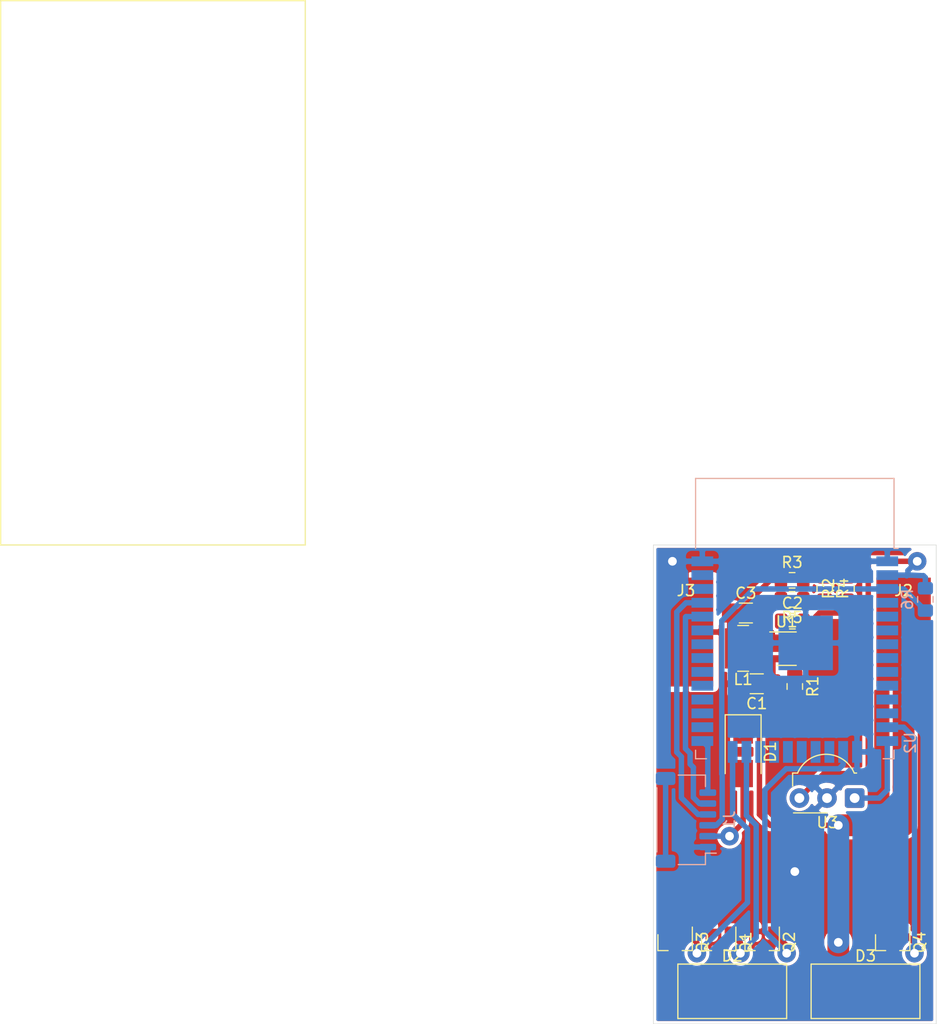
<source format=kicad_pcb>
(kicad_pcb (version 20171130) (host pcbnew "(5.1.5)-3")

  (general
    (thickness 1.6)
    (drawings 8)
    (tracks 156)
    (zones 0)
    (modules 23)
    (nets 25)
  )

  (page A4)
  (layers
    (0 F.Cu signal)
    (31 B.Cu signal)
    (32 B.Adhes user)
    (33 F.Adhes user)
    (34 B.Paste user)
    (35 F.Paste user hide)
    (36 B.SilkS user)
    (37 F.SilkS user)
    (38 B.Mask user hide)
    (39 F.Mask user hide)
    (40 Dwgs.User user)
    (41 Cmts.User user)
    (42 Eco1.User user)
    (43 Eco2.User user)
    (44 Edge.Cuts user)
    (45 Margin user)
    (46 B.CrtYd user hide)
    (47 F.CrtYd user hide)
    (48 B.Fab user hide)
    (49 F.Fab user hide)
  )

  (setup
    (last_trace_width 0.5)
    (user_trace_width 0.35)
    (user_trace_width 0.4)
    (user_trace_width 1)
    (user_trace_width 2)
    (trace_clearance 0.3)
    (zone_clearance 0.25)
    (zone_45_only no)
    (trace_min 0.2)
    (via_size 1.7)
    (via_drill 0.8)
    (via_min_size 0.4)
    (via_min_drill 0.3)
    (user_via 5 3)
    (uvia_size 0.3)
    (uvia_drill 0.1)
    (uvias_allowed no)
    (uvia_min_size 0.2)
    (uvia_min_drill 0.1)
    (edge_width 0.05)
    (segment_width 0.2)
    (pcb_text_width 0.3)
    (pcb_text_size 1.5 1.5)
    (mod_edge_width 0.12)
    (mod_text_size 1 1)
    (mod_text_width 0.15)
    (pad_size 1.524 1.524)
    (pad_drill 0.762)
    (pad_to_mask_clearance 0.051)
    (solder_mask_min_width 0.25)
    (aux_axis_origin 0 0)
    (visible_elements 7FFFFFFF)
    (pcbplotparams
      (layerselection 0x00000_ffffffff)
      (usegerberextensions false)
      (usegerberattributes false)
      (usegerberadvancedattributes false)
      (creategerberjobfile false)
      (excludeedgelayer true)
      (linewidth 0.100000)
      (plotframeref false)
      (viasonmask false)
      (mode 1)
      (useauxorigin false)
      (hpglpennumber 1)
      (hpglpenspeed 20)
      (hpglpendiameter 15.000000)
      (psnegative false)
      (psa4output false)
      (plotreference true)
      (plotvalue true)
      (plotinvisibletext false)
      (padsonsilk false)
      (subtractmaskfromsilk false)
      (outputformat 5)
      (mirror false)
      (drillshape 1)
      (scaleselection 1)
      (outputdirectory "../../Desktop/miniluna/"))
  )

  (net 0 "")
  (net 1 GND)
  (net 2 +12V)
  (net 3 LED_R_OUT)
  (net 4 LED_G_OUT)
  (net 5 LED_B_OUT)
  (net 6 +5V)
  (net 7 TX)
  (net 8 RX)
  (net 9 EN)
  (net 10 BOOT)
  (net 11 "Net-(J1-PadMP)")
  (net 12 VDD)
  (net 13 LED_R)
  (net 14 LED_G)
  (net 15 LED_B)
  (net 16 LED_W)
  (net 17 "Net-(C2-Pad2)")
  (net 18 "Net-(C2-Pad1)")
  (net 19 "Net-(D3-Pad1)")
  (net 20 "Net-(R1-Pad1)")
  (net 21 "Net-(R2-Pad2)")
  (net 22 "Net-(R2-Pad1)")
  (net 23 "Net-(R4-Pad2)")
  (net 24 IR)

  (net_class Default "This is the default net class."
    (clearance 0.3)
    (trace_width 0.5)
    (via_dia 1.7)
    (via_drill 0.8)
    (uvia_dia 0.3)
    (uvia_drill 0.1)
    (add_net +12V)
    (add_net +5V)
    (add_net BOOT)
    (add_net EN)
    (add_net GND)
    (add_net IR)
    (add_net LED_B)
    (add_net LED_B_OUT)
    (add_net LED_G)
    (add_net LED_G_OUT)
    (add_net LED_R)
    (add_net LED_R_OUT)
    (add_net LED_W)
    (add_net "Net-(C2-Pad1)")
    (add_net "Net-(C2-Pad2)")
    (add_net "Net-(D3-Pad1)")
    (add_net "Net-(J1-PadMP)")
    (add_net "Net-(R1-Pad1)")
    (add_net "Net-(R2-Pad1)")
    (add_net "Net-(R2-Pad2)")
    (add_net "Net-(R4-Pad2)")
    (add_net "Net-(U2-Pad10)")
    (add_net "Net-(U2-Pad11)")
    (add_net "Net-(U2-Pad12)")
    (add_net "Net-(U2-Pad17)")
    (add_net "Net-(U2-Pad18)")
    (add_net "Net-(U2-Pad19)")
    (add_net "Net-(U2-Pad20)")
    (add_net "Net-(U2-Pad21)")
    (add_net "Net-(U2-Pad22)")
    (add_net "Net-(U2-Pad26)")
    (add_net "Net-(U2-Pad27)")
    (add_net "Net-(U2-Pad28)")
    (add_net "Net-(U2-Pad29)")
    (add_net "Net-(U2-Pad30)")
    (add_net "Net-(U2-Pad31)")
    (add_net "Net-(U2-Pad32)")
    (add_net "Net-(U2-Pad33)")
    (add_net "Net-(U2-Pad36)")
    (add_net "Net-(U2-Pad37)")
    (add_net "Net-(U2-Pad4)")
    (add_net "Net-(U2-Pad5)")
    (add_net "Net-(U2-Pad6)")
    (add_net "Net-(U2-Pad7)")
    (add_net "Net-(U2-Pad8)")
    (add_net "Net-(U2-Pad9)")
    (add_net RX)
    (add_net TX)
    (add_net VDD)
  )

  (module Capacitor_SMD:C_1206_3216Metric_Pad1.42x1.75mm_HandSolder (layer F.Cu) (tedit 5B301BBE) (tstamp 5E1E56BE)
    (at 88.5 76.25)
    (descr "Capacitor SMD 1206 (3216 Metric), square (rectangular) end terminal, IPC_7351 nominal with elongated pad for handsoldering. (Body size source: http://www.tortai-tech.com/upload/download/2011102023233369053.pdf), generated with kicad-footprint-generator")
    (tags "capacitor handsolder")
    (path /5DEF7C8A)
    (attr smd)
    (fp_text reference C3 (at 0 -1.82) (layer F.SilkS)
      (effects (font (size 1 1) (thickness 0.15)))
    )
    (fp_text value 22u (at 0 1.82) (layer F.Fab)
      (effects (font (size 1 1) (thickness 0.15)))
    )
    (fp_line (start -1.6 0.8) (end -1.6 -0.8) (layer F.Fab) (width 0.1))
    (fp_line (start -1.6 -0.8) (end 1.6 -0.8) (layer F.Fab) (width 0.1))
    (fp_line (start 1.6 -0.8) (end 1.6 0.8) (layer F.Fab) (width 0.1))
    (fp_line (start 1.6 0.8) (end -1.6 0.8) (layer F.Fab) (width 0.1))
    (fp_line (start -0.602064 -0.91) (end 0.602064 -0.91) (layer F.SilkS) (width 0.12))
    (fp_line (start -0.602064 0.91) (end 0.602064 0.91) (layer F.SilkS) (width 0.12))
    (fp_line (start -2.45 1.12) (end -2.45 -1.12) (layer F.CrtYd) (width 0.05))
    (fp_line (start -2.45 -1.12) (end 2.45 -1.12) (layer F.CrtYd) (width 0.05))
    (fp_line (start 2.45 -1.12) (end 2.45 1.12) (layer F.CrtYd) (width 0.05))
    (fp_line (start 2.45 1.12) (end -2.45 1.12) (layer F.CrtYd) (width 0.05))
    (fp_text user %R (at 0 0) (layer F.Fab)
      (effects (font (size 0.8 0.8) (thickness 0.12)))
    )
    (pad 1 smd roundrect (at -1.4875 0) (size 1.425 1.75) (layers F.Cu F.Paste F.Mask) (roundrect_rratio 0.175439)
      (net 12 VDD))
    (pad 2 smd roundrect (at 1.4875 0) (size 1.425 1.75) (layers F.Cu F.Paste F.Mask) (roundrect_rratio 0.175439)
      (net 1 GND))
    (model ${KISYS3DMOD}/Capacitor_SMD.3dshapes/C_1206_3216Metric.wrl
      (at (xyz 0 0 0))
      (scale (xyz 1 1 1))
      (rotate (xyz 0 0 0))
    )
  )

  (module RF_Module:ESP32-WROOM-32 (layer B.Cu) (tedit 5B5B4654) (tstamp 5E1E7CCC)
    (at 93 79.755 180)
    (descr "Single 2.4 GHz Wi-Fi and Bluetooth combo chip https://www.espressif.com/sites/default/files/documentation/esp32-wroom-32_datasheet_en.pdf")
    (tags "Single 2.4 GHz Wi-Fi and Bluetooth combo  chip")
    (path /5CCD738F)
    (attr smd)
    (fp_text reference U2 (at -10.61 -8.43 270) (layer B.SilkS)
      (effects (font (size 1 1) (thickness 0.15)) (justify mirror))
    )
    (fp_text value ESP32-WROOM-32 (at 0 -11.5) (layer B.Fab)
      (effects (font (size 1 1) (thickness 0.15)) (justify mirror))
    )
    (fp_line (start -9.12 9.445) (end -9.5 9.445) (layer B.SilkS) (width 0.12))
    (fp_line (start -9.12 15.865) (end -9.12 9.445) (layer B.SilkS) (width 0.12))
    (fp_line (start 9.12 15.865) (end 9.12 9.445) (layer B.SilkS) (width 0.12))
    (fp_line (start -9.12 15.865) (end 9.12 15.865) (layer B.SilkS) (width 0.12))
    (fp_line (start 9.12 -9.88) (end 8.12 -9.88) (layer B.SilkS) (width 0.12))
    (fp_line (start 9.12 -9.1) (end 9.12 -9.88) (layer B.SilkS) (width 0.12))
    (fp_line (start -9.12 -9.88) (end -8.12 -9.88) (layer B.SilkS) (width 0.12))
    (fp_line (start -9.12 -9.1) (end -9.12 -9.88) (layer B.SilkS) (width 0.12))
    (fp_line (start 8.4 20.6) (end 8.2 20.4) (layer Cmts.User) (width 0.1))
    (fp_line (start 8.4 16) (end 8.4 20.6) (layer Cmts.User) (width 0.1))
    (fp_line (start 8.4 20.6) (end 8.6 20.4) (layer Cmts.User) (width 0.1))
    (fp_line (start 8.4 16) (end 8.6 16.2) (layer Cmts.User) (width 0.1))
    (fp_line (start 8.4 16) (end 8.2 16.2) (layer Cmts.User) (width 0.1))
    (fp_line (start -9.2 13.875) (end -9.4 14.075) (layer Cmts.User) (width 0.1))
    (fp_line (start -13.8 13.875) (end -9.2 13.875) (layer Cmts.User) (width 0.1))
    (fp_line (start -9.2 13.875) (end -9.4 13.675) (layer Cmts.User) (width 0.1))
    (fp_line (start -13.8 13.875) (end -13.6 13.675) (layer Cmts.User) (width 0.1))
    (fp_line (start -13.8 13.875) (end -13.6 14.075) (layer Cmts.User) (width 0.1))
    (fp_line (start 9.2 13.875) (end 9.4 13.675) (layer Cmts.User) (width 0.1))
    (fp_line (start 9.2 13.875) (end 9.4 14.075) (layer Cmts.User) (width 0.1))
    (fp_line (start 13.8 13.875) (end 13.6 13.675) (layer Cmts.User) (width 0.1))
    (fp_line (start 13.8 13.875) (end 13.6 14.075) (layer Cmts.User) (width 0.1))
    (fp_line (start 9.2 13.875) (end 13.8 13.875) (layer Cmts.User) (width 0.1))
    (fp_line (start 14 11.585) (end 12 9.97) (layer Dwgs.User) (width 0.1))
    (fp_line (start 14 13.2) (end 10 9.97) (layer Dwgs.User) (width 0.1))
    (fp_line (start 14 14.815) (end 8 9.97) (layer Dwgs.User) (width 0.1))
    (fp_line (start 14 16.43) (end 6 9.97) (layer Dwgs.User) (width 0.1))
    (fp_line (start 14 18.045) (end 4 9.97) (layer Dwgs.User) (width 0.1))
    (fp_line (start 14 19.66) (end 2 9.97) (layer Dwgs.User) (width 0.1))
    (fp_line (start 13.475 20.75) (end 0 9.97) (layer Dwgs.User) (width 0.1))
    (fp_line (start 11.475 20.75) (end -2 9.97) (layer Dwgs.User) (width 0.1))
    (fp_line (start 9.475 20.75) (end -4 9.97) (layer Dwgs.User) (width 0.1))
    (fp_line (start 7.475 20.75) (end -6 9.97) (layer Dwgs.User) (width 0.1))
    (fp_line (start -8 9.97) (end 5.475 20.75) (layer Dwgs.User) (width 0.1))
    (fp_line (start 3.475 20.75) (end -10 9.97) (layer Dwgs.User) (width 0.1))
    (fp_line (start 1.475 20.75) (end -12 9.97) (layer Dwgs.User) (width 0.1))
    (fp_line (start -0.525 20.75) (end -14 9.97) (layer Dwgs.User) (width 0.1))
    (fp_line (start -2.525 20.75) (end -14 11.585) (layer Dwgs.User) (width 0.1))
    (fp_line (start -4.525 20.75) (end -14 13.2) (layer Dwgs.User) (width 0.1))
    (fp_line (start -6.525 20.75) (end -14 14.815) (layer Dwgs.User) (width 0.1))
    (fp_line (start -8.525 20.75) (end -14 16.43) (layer Dwgs.User) (width 0.1))
    (fp_line (start -10.525 20.75) (end -14 18.045) (layer Dwgs.User) (width 0.1))
    (fp_line (start -12.525 20.75) (end -14 19.66) (layer Dwgs.User) (width 0.1))
    (fp_line (start 9.75 9.72) (end 14.25 9.72) (layer B.CrtYd) (width 0.05))
    (fp_line (start -14.25 9.72) (end -9.75 9.72) (layer B.CrtYd) (width 0.05))
    (fp_line (start 14.25 21) (end 14.25 9.72) (layer B.CrtYd) (width 0.05))
    (fp_line (start -14.25 21) (end -14.25 9.72) (layer B.CrtYd) (width 0.05))
    (fp_line (start 14 20.75) (end -14 20.75) (layer Dwgs.User) (width 0.1))
    (fp_line (start 14 9.97) (end 14 20.75) (layer Dwgs.User) (width 0.1))
    (fp_line (start 14 9.97) (end -14 9.97) (layer Dwgs.User) (width 0.1))
    (fp_line (start -9 9.02) (end -8.5 9.52) (layer B.Fab) (width 0.1))
    (fp_line (start -8.5 9.52) (end -9 10.02) (layer B.Fab) (width 0.1))
    (fp_line (start -9 9.02) (end -9 -9.76) (layer B.Fab) (width 0.1))
    (fp_line (start -14.25 21) (end 14.25 21) (layer B.CrtYd) (width 0.05))
    (fp_line (start 9.75 9.72) (end 9.75 -10.5) (layer B.CrtYd) (width 0.05))
    (fp_line (start -9.75 -10.5) (end 9.75 -10.5) (layer B.CrtYd) (width 0.05))
    (fp_line (start -9.75 -10.5) (end -9.75 9.72) (layer B.CrtYd) (width 0.05))
    (fp_line (start -9 15.745) (end 9 15.745) (layer B.Fab) (width 0.1))
    (fp_line (start -9 15.745) (end -9 10.02) (layer B.Fab) (width 0.1))
    (fp_line (start -9 -9.76) (end 9 -9.76) (layer B.Fab) (width 0.1))
    (fp_line (start 9 -9.76) (end 9 15.745) (layer B.Fab) (width 0.1))
    (fp_line (start -14 9.97) (end -14 20.75) (layer Dwgs.User) (width 0.1))
    (fp_text user "5 mm" (at 7.8 19.075 270) (layer Cmts.User)
      (effects (font (size 0.5 0.5) (thickness 0.1)))
    )
    (fp_text user "5 mm" (at -11.2 14.375) (layer Cmts.User)
      (effects (font (size 0.5 0.5) (thickness 0.1)))
    )
    (fp_text user "5 mm" (at 11.8 14.375) (layer Cmts.User)
      (effects (font (size 0.5 0.5) (thickness 0.1)))
    )
    (fp_text user Antenna (at 0 13) (layer Cmts.User)
      (effects (font (size 1 1) (thickness 0.15)))
    )
    (fp_text user "KEEP-OUT ZONE" (at 0 19) (layer Cmts.User)
      (effects (font (size 1 1) (thickness 0.15)))
    )
    (fp_text user %R (at 0 0 90) (layer F.Fab)
      (effects (font (size 1 1) (thickness 0.15)))
    )
    (pad 38 smd rect (at 8.5 8.255 180) (size 2 0.9) (layers B.Cu B.Paste B.Mask)
      (net 1 GND))
    (pad 37 smd rect (at 8.5 6.985 180) (size 2 0.9) (layers B.Cu B.Paste B.Mask))
    (pad 36 smd rect (at 8.5 5.715 180) (size 2 0.9) (layers B.Cu B.Paste B.Mask))
    (pad 35 smd rect (at 8.5 4.445 180) (size 2 0.9) (layers B.Cu B.Paste B.Mask)
      (net 7 TX))
    (pad 34 smd rect (at 8.5 3.175 180) (size 2 0.9) (layers B.Cu B.Paste B.Mask)
      (net 8 RX))
    (pad 33 smd rect (at 8.5 1.905 180) (size 2 0.9) (layers B.Cu B.Paste B.Mask))
    (pad 32 smd rect (at 8.5 0.635 180) (size 2 0.9) (layers B.Cu B.Paste B.Mask))
    (pad 31 smd rect (at 8.5 -0.635 180) (size 2 0.9) (layers B.Cu B.Paste B.Mask))
    (pad 30 smd rect (at 8.5 -1.905 180) (size 2 0.9) (layers B.Cu B.Paste B.Mask))
    (pad 29 smd rect (at 8.5 -3.175 180) (size 2 0.9) (layers B.Cu B.Paste B.Mask))
    (pad 28 smd rect (at 8.5 -4.445 180) (size 2 0.9) (layers B.Cu B.Paste B.Mask))
    (pad 27 smd rect (at 8.5 -5.715 180) (size 2 0.9) (layers B.Cu B.Paste B.Mask))
    (pad 26 smd rect (at 8.5 -6.985 180) (size 2 0.9) (layers B.Cu B.Paste B.Mask))
    (pad 25 smd rect (at 8.5 -8.255 180) (size 2 0.9) (layers B.Cu B.Paste B.Mask)
      (net 10 BOOT))
    (pad 24 smd rect (at 5.715 -9.255 90) (size 2 0.9) (layers B.Cu B.Paste B.Mask)
      (net 15 LED_B))
    (pad 23 smd rect (at 4.445 -9.255 90) (size 2 0.9) (layers B.Cu B.Paste B.Mask)
      (net 13 LED_R))
    (pad 22 smd rect (at 3.175 -9.255 90) (size 2 0.9) (layers B.Cu B.Paste B.Mask))
    (pad 21 smd rect (at 1.905 -9.255 90) (size 2 0.9) (layers B.Cu B.Paste B.Mask))
    (pad 20 smd rect (at 0.635 -9.255 90) (size 2 0.9) (layers B.Cu B.Paste B.Mask))
    (pad 19 smd rect (at -0.635 -9.255 90) (size 2 0.9) (layers B.Cu B.Paste B.Mask))
    (pad 18 smd rect (at -1.905 -9.255 90) (size 2 0.9) (layers B.Cu B.Paste B.Mask))
    (pad 17 smd rect (at -3.175 -9.255 90) (size 2 0.9) (layers B.Cu B.Paste B.Mask))
    (pad 16 smd rect (at -4.445 -9.255 90) (size 2 0.9) (layers B.Cu B.Paste B.Mask)
      (net 14 LED_G))
    (pad 15 smd rect (at -5.715 -9.255 90) (size 2 0.9) (layers B.Cu B.Paste B.Mask)
      (net 1 GND))
    (pad 14 smd rect (at -8.5 -8.255 180) (size 2 0.9) (layers B.Cu B.Paste B.Mask)
      (net 24 IR))
    (pad 13 smd rect (at -8.5 -6.985 180) (size 2 0.9) (layers B.Cu B.Paste B.Mask)
      (net 16 LED_W))
    (pad 12 smd rect (at -8.5 -5.715 180) (size 2 0.9) (layers B.Cu B.Paste B.Mask))
    (pad 11 smd rect (at -8.5 -4.445 180) (size 2 0.9) (layers B.Cu B.Paste B.Mask))
    (pad 10 smd rect (at -8.5 -3.175 180) (size 2 0.9) (layers B.Cu B.Paste B.Mask))
    (pad 9 smd rect (at -8.5 -1.905 180) (size 2 0.9) (layers B.Cu B.Paste B.Mask))
    (pad 8 smd rect (at -8.5 -0.635 180) (size 2 0.9) (layers B.Cu B.Paste B.Mask))
    (pad 7 smd rect (at -8.5 0.635 180) (size 2 0.9) (layers B.Cu B.Paste B.Mask))
    (pad 6 smd rect (at -8.5 1.905 180) (size 2 0.9) (layers B.Cu B.Paste B.Mask))
    (pad 5 smd rect (at -8.5 3.175 180) (size 2 0.9) (layers B.Cu B.Paste B.Mask))
    (pad 4 smd rect (at -8.5 4.445 180) (size 2 0.9) (layers B.Cu B.Paste B.Mask))
    (pad 3 smd rect (at -8.5 5.715 180) (size 2 0.9) (layers B.Cu B.Paste B.Mask)
      (net 9 EN))
    (pad 2 smd rect (at -8.5 6.985 180) (size 2 0.9) (layers B.Cu B.Paste B.Mask)
      (net 12 VDD))
    (pad 1 smd rect (at -8.5 8.255 180) (size 2 0.9) (layers B.Cu B.Paste B.Mask)
      (net 1 GND))
    (pad 39 smd rect (at -1 0.755 180) (size 5 5) (layers B.Cu B.Paste B.Mask)
      (net 1 GND))
    (model ${KISYS3DMOD}/RF_Module.3dshapes/ESP32-WROOM-32.wrl
      (at (xyz 0 0 0))
      (scale (xyz 1 1 1))
      (rotate (xyz 0 0 0))
    )
  )

  (module Capacitor_SMD:C_0805_2012Metric_Pad1.15x1.40mm_HandSolder (layer F.Cu) (tedit 5B36C52B) (tstamp 5E1E5824)
    (at 92.775 77)
    (descr "Capacitor SMD 0805 (2012 Metric), square (rectangular) end terminal, IPC_7351 nominal with elongated pad for handsoldering. (Body size source: https://docs.google.com/spreadsheets/d/1BsfQQcO9C6DZCsRaXUlFlo91Tg2WpOkGARC1WS5S8t0/edit?usp=sharing), generated with kicad-footprint-generator")
    (tags "capacitor handsolder")
    (path /5D86DD04)
    (attr smd)
    (fp_text reference C2 (at 0 -1.65) (layer F.SilkS)
      (effects (font (size 1 1) (thickness 0.15)))
    )
    (fp_text value 1u (at 0 1.65) (layer F.Fab)
      (effects (font (size 1 1) (thickness 0.15)))
    )
    (fp_text user %R (at 0 0) (layer F.Fab)
      (effects (font (size 0.5 0.5) (thickness 0.08)))
    )
    (fp_line (start 1.85 0.95) (end -1.85 0.95) (layer F.CrtYd) (width 0.05))
    (fp_line (start 1.85 -0.95) (end 1.85 0.95) (layer F.CrtYd) (width 0.05))
    (fp_line (start -1.85 -0.95) (end 1.85 -0.95) (layer F.CrtYd) (width 0.05))
    (fp_line (start -1.85 0.95) (end -1.85 -0.95) (layer F.CrtYd) (width 0.05))
    (fp_line (start -0.261252 0.71) (end 0.261252 0.71) (layer F.SilkS) (width 0.12))
    (fp_line (start -0.261252 -0.71) (end 0.261252 -0.71) (layer F.SilkS) (width 0.12))
    (fp_line (start 1 0.6) (end -1 0.6) (layer F.Fab) (width 0.1))
    (fp_line (start 1 -0.6) (end 1 0.6) (layer F.Fab) (width 0.1))
    (fp_line (start -1 -0.6) (end 1 -0.6) (layer F.Fab) (width 0.1))
    (fp_line (start -1 0.6) (end -1 -0.6) (layer F.Fab) (width 0.1))
    (pad 2 smd roundrect (at 1.025 0) (size 1.15 1.4) (layers F.Cu F.Paste F.Mask) (roundrect_rratio 0.217391)
      (net 17 "Net-(C2-Pad2)"))
    (pad 1 smd roundrect (at -1.025 0) (size 1.15 1.4) (layers F.Cu F.Paste F.Mask) (roundrect_rratio 0.217391)
      (net 18 "Net-(C2-Pad1)"))
    (model ${KISYS3DMOD}/Capacitor_SMD.3dshapes/C_0805_2012Metric.wrl
      (at (xyz 0 0 0))
      (scale (xyz 1 1 1))
      (rotate (xyz 0 0 0))
    )
  )

  (module OptoDevice:Vishay_MOLD-3Pin (layer F.Cu) (tedit 5B888673) (tstamp 5E1E2C7F)
    (at 98.5 93.25 180)
    (descr "IR Receiver Vishay TSOP-xxxx, MOLD package, see https://www.vishay.com/docs/82669/tsop32s40f.pdf")
    (tags "IR Receiver Vishay TSOP-xxxx MOLD")
    (path /5E1E477A)
    (fp_text reference U3 (at 2.5 -2.25 180) (layer F.SilkS)
      (effects (font (size 1 1) (thickness 0.15)))
    )
    (fp_text value TSOP343xx (at 2.5 5 180) (layer F.Fab)
      (effects (font (size 1 1) (thickness 0.15)))
    )
    (fp_line (start 0.55 -1.25) (end -0.2 -0.5) (layer F.Fab) (width 0.1))
    (fp_line (start 0.04 2.3) (end -0.18 2.3) (layer F.SilkS) (width 0.12))
    (fp_arc (start 2.64 1.15) (end 5.14 2.25) (angle 132) (layer F.Fab) (width 0.1))
    (fp_arc (start 2.64 1.2) (end 5.24 2.3) (angle 134.1358099) (layer F.SilkS) (width 0.12))
    (fp_line (start -1.15 -1.5) (end 6.23 -1.5) (layer F.CrtYd) (width 0.05))
    (fp_line (start -1.15 -1.5) (end -1.15 4.13) (layer F.CrtYd) (width 0.05))
    (fp_line (start 6.23 4.13) (end 6.23 -1.5) (layer F.CrtYd) (width 0.05))
    (fp_line (start 6.23 4.13) (end -1.15 4.13) (layer F.CrtYd) (width 0.05))
    (fp_line (start 5.62 -1.36) (end 2.54 -1.36) (layer F.SilkS) (width 0.12))
    (fp_line (start 5.7 2.3) (end 5.24 2.3) (layer F.SilkS) (width 0.12))
    (fp_line (start 5.7 2.3) (end 5.7 1.1) (layer F.SilkS) (width 0.12))
    (fp_line (start 5.6 -1.25) (end 5.6 2.2) (layer F.Fab) (width 0.1))
    (fp_line (start 0.55 -1.25) (end 5.6 -1.25) (layer F.Fab) (width 0.1))
    (fp_line (start -0.2 2.2) (end -0.2 -0.5) (layer F.Fab) (width 0.1))
    (fp_line (start 5.6 2.2) (end -0.2 2.2) (layer F.Fab) (width 0.1))
    (fp_text user %R (at 2.675 1.316) (layer F.Fab)
      (effects (font (size 1 1) (thickness 0.15)))
    )
    (pad 3 thru_hole circle (at 5.08 0 180) (size 1.8 1.8) (drill 0.9) (layers *.Cu *.Mask)
      (net 12 VDD))
    (pad 2 thru_hole circle (at 2.54 0 180) (size 1.8 1.8) (drill 0.9) (layers *.Cu *.Mask)
      (net 1 GND))
    (pad 1 thru_hole roundrect (at 0 0 180) (size 1.8 1.8) (drill 0.9) (layers *.Cu *.Mask) (roundrect_rratio 0.138)
      (net 24 IR))
    (model ${KISYS3DMOD}/OptoDevice.3dshapes/Vishay_MOLD-3Pin.wrl
      (at (xyz 0 0 0))
      (scale (xyz 1 1 1))
      (rotate (xyz 0 0 0))
    )
  )

  (module Package_TO_SOT_SMD:SOT-23 (layer F.Cu) (tedit 5A02FF57) (tstamp 5DEEBF5E)
    (at 82 106.5 270)
    (descr "SOT-23, Standard")
    (tags SOT-23)
    (path /5D8DD180)
    (attr smd)
    (fp_text reference Q3 (at 0 -2.5 270) (layer F.SilkS)
      (effects (font (size 1 1) (thickness 0.15)))
    )
    (fp_text value DMN3404L (at 0 2.5 270) (layer F.Fab)
      (effects (font (size 1 1) (thickness 0.15)))
    )
    (fp_line (start 0.76 1.58) (end -0.7 1.58) (layer F.SilkS) (width 0.12))
    (fp_line (start 0.76 -1.58) (end -1.4 -1.58) (layer F.SilkS) (width 0.12))
    (fp_line (start -1.7 1.75) (end -1.7 -1.75) (layer F.CrtYd) (width 0.05))
    (fp_line (start 1.7 1.75) (end -1.7 1.75) (layer F.CrtYd) (width 0.05))
    (fp_line (start 1.7 -1.75) (end 1.7 1.75) (layer F.CrtYd) (width 0.05))
    (fp_line (start -1.7 -1.75) (end 1.7 -1.75) (layer F.CrtYd) (width 0.05))
    (fp_line (start 0.76 -1.58) (end 0.76 -0.65) (layer F.SilkS) (width 0.12))
    (fp_line (start 0.76 1.58) (end 0.76 0.65) (layer F.SilkS) (width 0.12))
    (fp_line (start -0.7 1.52) (end 0.7 1.52) (layer F.Fab) (width 0.1))
    (fp_line (start 0.7 -1.52) (end 0.7 1.52) (layer F.Fab) (width 0.1))
    (fp_line (start -0.7 -0.95) (end -0.15 -1.52) (layer F.Fab) (width 0.1))
    (fp_line (start -0.15 -1.52) (end 0.7 -1.52) (layer F.Fab) (width 0.1))
    (fp_line (start -0.7 -0.95) (end -0.7 1.5) (layer F.Fab) (width 0.1))
    (fp_text user %R (at 0 0 180) (layer F.Fab)
      (effects (font (size 0.5 0.5) (thickness 0.075)))
    )
    (pad 3 smd rect (at 1 0 270) (size 0.9 0.8) (layers F.Cu F.Paste F.Mask)
      (net 5 LED_B_OUT))
    (pad 2 smd rect (at -1 0.95 270) (size 0.9 0.8) (layers F.Cu F.Paste F.Mask)
      (net 1 GND))
    (pad 1 smd rect (at -1 -0.95 270) (size 0.9 0.8) (layers F.Cu F.Paste F.Mask)
      (net 15 LED_B))
    (model ${KISYS3DMOD}/Package_TO_SOT_SMD.3dshapes/SOT-23.wrl
      (at (xyz 0 0 0))
      (scale (xyz 1 1 1))
      (rotate (xyz 0 0 0))
    )
  )

  (module custom:LED_STRIP (layer F.Cu) (tedit 5DEEB1EF) (tstamp 5D883615)
    (at 99.5 111 180)
    (path /5D9752D9)
    (fp_text reference D3 (at 0 3.25) (layer F.SilkS)
      (effects (font (size 1 1) (thickness 0.15)))
    )
    (fp_text value LED (at 0 4.75) (layer F.Fab)
      (effects (font (size 1 1) (thickness 0.15)))
    )
    (fp_line (start -5 -2.5) (end -5 2.5) (layer F.SilkS) (width 0.12))
    (fp_line (start 5 -2.5) (end -5 -2.5) (layer F.SilkS) (width 0.12))
    (fp_line (start 5 2.5) (end 5 -2.5) (layer F.SilkS) (width 0.12))
    (fp_line (start -5 2.5) (end 5 2.5) (layer F.SilkS) (width 0.12))
    (pad 2 smd roundrect (at 2.5 0 180) (size 2.5 4) (layers F.Cu F.Paste F.Mask) (roundrect_rratio 0.5)
      (net 2 +12V))
    (pad 1 smd roundrect (at -2.5 0 180) (size 2.5 4) (layers F.Cu F.Paste F.Mask) (roundrect_rratio 0.5)
      (net 19 "Net-(D3-Pad1)"))
  )

  (module Diode_SMD:D_SMA (layer F.Cu) (tedit 586432E5) (tstamp 5D8835E5)
    (at 88.25 89 270)
    (descr "Diode SMA (DO-214AC)")
    (tags "Diode SMA (DO-214AC)")
    (path /5D86F754)
    (attr smd)
    (fp_text reference D1 (at 0 -2.5 90) (layer F.SilkS)
      (effects (font (size 1 1) (thickness 0.15)))
    )
    (fp_text value D_Schottky (at 0 2.6 90) (layer F.Fab)
      (effects (font (size 1 1) (thickness 0.15)))
    )
    (fp_line (start -3.4 -1.65) (end 2 -1.65) (layer F.SilkS) (width 0.12))
    (fp_line (start -3.4 1.65) (end 2 1.65) (layer F.SilkS) (width 0.12))
    (fp_line (start -0.64944 0.00102) (end 0.50118 -0.79908) (layer F.Fab) (width 0.1))
    (fp_line (start -0.64944 0.00102) (end 0.50118 0.75032) (layer F.Fab) (width 0.1))
    (fp_line (start 0.50118 0.75032) (end 0.50118 -0.79908) (layer F.Fab) (width 0.1))
    (fp_line (start -0.64944 -0.79908) (end -0.64944 0.80112) (layer F.Fab) (width 0.1))
    (fp_line (start 0.50118 0.00102) (end 1.4994 0.00102) (layer F.Fab) (width 0.1))
    (fp_line (start -0.64944 0.00102) (end -1.55114 0.00102) (layer F.Fab) (width 0.1))
    (fp_line (start -3.5 1.75) (end -3.5 -1.75) (layer F.CrtYd) (width 0.05))
    (fp_line (start 3.5 1.75) (end -3.5 1.75) (layer F.CrtYd) (width 0.05))
    (fp_line (start 3.5 -1.75) (end 3.5 1.75) (layer F.CrtYd) (width 0.05))
    (fp_line (start -3.5 -1.75) (end 3.5 -1.75) (layer F.CrtYd) (width 0.05))
    (fp_line (start 2.3 -1.5) (end -2.3 -1.5) (layer F.Fab) (width 0.1))
    (fp_line (start 2.3 -1.5) (end 2.3 1.5) (layer F.Fab) (width 0.1))
    (fp_line (start -2.3 1.5) (end -2.3 -1.5) (layer F.Fab) (width 0.1))
    (fp_line (start 2.3 1.5) (end -2.3 1.5) (layer F.Fab) (width 0.1))
    (fp_line (start -3.4 -1.65) (end -3.4 1.65) (layer F.SilkS) (width 0.12))
    (fp_text user %R (at 0 -2.5 90) (layer F.Fab)
      (effects (font (size 1 1) (thickness 0.15)))
    )
    (pad 2 smd rect (at 2 0 270) (size 2.5 1.8) (layers F.Cu F.Paste F.Mask)
      (net 6 +5V))
    (pad 1 smd rect (at -2 0 270) (size 2.5 1.8) (layers F.Cu F.Paste F.Mask)
      (net 2 +12V))
    (model ${KISYS3DMOD}/Diode_SMD.3dshapes/D_SMA.wrl
      (at (xyz 0 0 0))
      (scale (xyz 1 1 1))
      (rotate (xyz 0 0 0))
    )
  )

  (module Inductor_SMD:L_Wuerth_MAPI-4020 (layer F.Cu) (tedit 59912BEE) (tstamp 5D8836AF)
    (at 88.25 79.5 180)
    (descr "Inductor, Wuerth Elektronik, Wuerth_MAPI-4020, 4.0mmx4.0mm")
    (tags "inductor Wuerth smd")
    (path /5D8725EF)
    (attr smd)
    (fp_text reference L1 (at 0 -2.85) (layer F.SilkS)
      (effects (font (size 1 1) (thickness 0.15)))
    )
    (fp_text value 10u (at 0 3.35) (layer F.Fab)
      (effects (font (size 1 1) (thickness 0.15)))
    )
    (fp_text user %R (at 0 0) (layer F.Fab)
      (effects (font (size 0.8 0.8) (thickness 0.15)))
    )
    (fp_line (start -2 -2) (end -2 2) (layer F.Fab) (width 0.1))
    (fp_line (start -2 2) (end 2 2) (layer F.Fab) (width 0.1))
    (fp_line (start 2 2) (end 2 -2) (layer F.Fab) (width 0.1))
    (fp_line (start 2 -2) (end -2 -2) (layer F.Fab) (width 0.1))
    (fp_line (start -2 -2.2) (end -2 2.2) (layer F.CrtYd) (width 0.05))
    (fp_line (start -2 2.2) (end 2 2.2) (layer F.CrtYd) (width 0.05))
    (fp_line (start 2 2.2) (end 2 -2.2) (layer F.CrtYd) (width 0.05))
    (fp_line (start 2 -2.2) (end -2 -2.2) (layer F.CrtYd) (width 0.05))
    (fp_line (start -0.495 -2.1) (end 0.495 -2.1) (layer F.SilkS) (width 0.12))
    (fp_line (start -0.495 2.1) (end 0.495 2.1) (layer F.SilkS) (width 0.12))
    (pad 1 smd rect (at -1.185 0 180) (size 0.98 3.7) (layers F.Cu F.Paste F.Mask)
      (net 18 "Net-(C2-Pad1)"))
    (pad 2 smd rect (at 1.185 0 180) (size 0.98 3.7) (layers F.Cu F.Paste F.Mask)
      (net 12 VDD))
    (model ${KISYS3DMOD}/Inductor_SMD.3dshapes/L_Wuerth_MAPI-4020.wrl
      (at (xyz 0 0 0))
      (scale (xyz 1 1 1))
      (rotate (xyz 0 0 0))
    )
  )

  (module Connector_JST:JST_SH_SM06B-SRSS-TB_1x06-1MP_P1.00mm_Horizontal (layer B.Cu) (tedit 5B78AD87) (tstamp 5DEECC70)
    (at 83 95.25 90)
    (descr "JST SH series connector, SM06B-SRSS-TB (http://www.jst-mfg.com/product/pdf/eng/eSH.pdf), generated with kicad-footprint-generator")
    (tags "connector JST SH top entry")
    (path /5D899366)
    (attr smd)
    (fp_text reference J1 (at 0 3.98 270) (layer B.SilkS)
      (effects (font (size 1 1) (thickness 0.15)) (justify mirror))
    )
    (fp_text value Conn_01x06_MountingPin (at 0 -3.98 270) (layer B.Fab)
      (effects (font (size 1 1) (thickness 0.15)) (justify mirror))
    )
    (fp_text user %R (at 0 0 270) (layer B.Fab)
      (effects (font (size 1 1) (thickness 0.15)) (justify mirror))
    )
    (fp_line (start -2.5 0.967893) (end -2 1.675) (layer B.Fab) (width 0.1))
    (fp_line (start -3 1.675) (end -2.5 0.967893) (layer B.Fab) (width 0.1))
    (fp_line (start 4.9 3.28) (end -4.9 3.28) (layer B.CrtYd) (width 0.05))
    (fp_line (start 4.9 -3.28) (end 4.9 3.28) (layer B.CrtYd) (width 0.05))
    (fp_line (start -4.9 -3.28) (end 4.9 -3.28) (layer B.CrtYd) (width 0.05))
    (fp_line (start -4.9 3.28) (end -4.9 -3.28) (layer B.CrtYd) (width 0.05))
    (fp_line (start 4 1.675) (end 4 -2.575) (layer B.Fab) (width 0.1))
    (fp_line (start -4 1.675) (end -4 -2.575) (layer B.Fab) (width 0.1))
    (fp_line (start -4 -2.575) (end 4 -2.575) (layer B.Fab) (width 0.1))
    (fp_line (start -2.94 -2.685) (end 2.94 -2.685) (layer B.SilkS) (width 0.12))
    (fp_line (start 4.11 1.785) (end 3.06 1.785) (layer B.SilkS) (width 0.12))
    (fp_line (start 4.11 -0.715) (end 4.11 1.785) (layer B.SilkS) (width 0.12))
    (fp_line (start -3.06 1.785) (end -3.06 2.775) (layer B.SilkS) (width 0.12))
    (fp_line (start -4.11 1.785) (end -3.06 1.785) (layer B.SilkS) (width 0.12))
    (fp_line (start -4.11 -0.715) (end -4.11 1.785) (layer B.SilkS) (width 0.12))
    (fp_line (start -4 1.675) (end 4 1.675) (layer B.Fab) (width 0.1))
    (pad MP smd roundrect (at 3.8 -1.875 90) (size 1.2 1.8) (layers B.Cu B.Paste B.Mask) (roundrect_rratio 0.208333)
      (net 11 "Net-(J1-PadMP)"))
    (pad MP smd roundrect (at -3.8 -1.875 90) (size 1.2 1.8) (layers B.Cu B.Paste B.Mask) (roundrect_rratio 0.208333)
      (net 11 "Net-(J1-PadMP)"))
    (pad 6 smd roundrect (at 2.5 2 90) (size 0.6 1.55) (layers B.Cu B.Paste B.Mask) (roundrect_rratio 0.25)
      (net 10 BOOT))
    (pad 5 smd roundrect (at 1.5 2 90) (size 0.6 1.55) (layers B.Cu B.Paste B.Mask) (roundrect_rratio 0.25)
      (net 8 RX))
    (pad 4 smd roundrect (at 0.5 2 90) (size 0.6 1.55) (layers B.Cu B.Paste B.Mask) (roundrect_rratio 0.25)
      (net 7 TX))
    (pad 3 smd roundrect (at -0.5 2 90) (size 0.6 1.55) (layers B.Cu B.Paste B.Mask) (roundrect_rratio 0.25)
      (net 9 EN))
    (pad 2 smd roundrect (at -1.5 2 90) (size 0.6 1.55) (layers B.Cu B.Paste B.Mask) (roundrect_rratio 0.25)
      (net 6 +5V))
    (pad 1 smd roundrect (at -2.5 2 90) (size 0.6 1.55) (layers B.Cu B.Paste B.Mask) (roundrect_rratio 0.25)
      (net 1 GND))
    (model ${KISYS3DMOD}/Connector_JST.3dshapes/JST_SH_SM06B-SRSS-TB_1x06-1MP_P1.00mm_Horizontal.wrl
      (at (xyz 0 0 0))
      (scale (xyz 1 1 1))
      (rotate (xyz 0 0 0))
    )
  )

  (module custom:LED_STRIP_RGB (layer F.Cu) (tedit 5D87BDD7) (tstamp 5D8835FD)
    (at 87.25 111 180)
    (path /5D94B2EA)
    (fp_text reference D2 (at 0 3.25) (layer F.SilkS)
      (effects (font (size 1 1) (thickness 0.15)))
    )
    (fp_text value LED_AGRB (at 0 4.75) (layer F.Fab)
      (effects (font (size 1 1) (thickness 0.15)))
    )
    (fp_line (start -5 -2.5) (end -5 2.5) (layer F.SilkS) (width 0.12))
    (fp_line (start 5 -2.5) (end -5 -2.5) (layer F.SilkS) (width 0.12))
    (fp_line (start 5 2.5) (end 5 -2.5) (layer F.SilkS) (width 0.12))
    (fp_line (start -5 2.5) (end 5 2.5) (layer F.SilkS) (width 0.12))
    (pad 4 smd roundrect (at 3.75 0 180) (size 1.5 4) (layers F.Cu F.Paste F.Mask) (roundrect_rratio 0.5)
      (net 5 LED_B_OUT))
    (pad 3 smd roundrect (at 1.25 0 180) (size 1.5 4) (layers F.Cu F.Paste F.Mask) (roundrect_rratio 0.5)
      (net 3 LED_R_OUT))
    (pad 2 smd roundrect (at -1.25 0 180) (size 1.5 4) (layers F.Cu F.Paste F.Mask) (roundrect_rratio 0.5)
      (net 4 LED_G_OUT))
    (pad 1 smd roundrect (at -3.75 0 180) (size 1.5 4) (layers F.Cu F.Paste F.Mask) (roundrect_rratio 0.5)
      (net 2 +12V))
  )

  (module Package_TO_SOT_SMD:TSOT-23-6 (layer F.Cu) (tedit 5A02FF57) (tstamp 5E1E5391)
    (at 92.25 79.5)
    (descr "6-pin TSOT23 package, http://cds.linear.com/docs/en/packaging/SOT_6_05-08-1636.pdf")
    (tags "TSOT-23-6 MK06A TSOT-6")
    (path /5DEF2D2D)
    (attr smd)
    (fp_text reference U1 (at 0 -2.45) (layer F.SilkS)
      (effects (font (size 1 1) (thickness 0.15)))
    )
    (fp_text value AP65211AWU (at 0 2.5) (layer F.Fab)
      (effects (font (size 1 1) (thickness 0.15)))
    )
    (fp_text user %R (at 0 0 90) (layer F.Fab)
      (effects (font (size 0.5 0.5) (thickness 0.075)))
    )
    (fp_line (start -0.88 1.56) (end 0.88 1.56) (layer F.SilkS) (width 0.12))
    (fp_line (start 0.88 -1.51) (end -1.55 -1.51) (layer F.SilkS) (width 0.12))
    (fp_line (start -0.88 -1) (end -0.43 -1.45) (layer F.Fab) (width 0.1))
    (fp_line (start 0.88 -1.45) (end -0.43 -1.45) (layer F.Fab) (width 0.1))
    (fp_line (start -0.88 -1) (end -0.88 1.45) (layer F.Fab) (width 0.1))
    (fp_line (start 0.88 1.45) (end -0.88 1.45) (layer F.Fab) (width 0.1))
    (fp_line (start 0.88 -1.45) (end 0.88 1.45) (layer F.Fab) (width 0.1))
    (fp_line (start -2.17 -1.7) (end 2.17 -1.7) (layer F.CrtYd) (width 0.05))
    (fp_line (start -2.17 -1.7) (end -2.17 1.7) (layer F.CrtYd) (width 0.05))
    (fp_line (start 2.17 1.7) (end 2.17 -1.7) (layer F.CrtYd) (width 0.05))
    (fp_line (start 2.17 1.7) (end -2.17 1.7) (layer F.CrtYd) (width 0.05))
    (pad 1 smd rect (at -1.31 -0.95) (size 1.22 0.65) (layers F.Cu F.Paste F.Mask)
      (net 1 GND))
    (pad 2 smd rect (at -1.31 0) (size 1.22 0.65) (layers F.Cu F.Paste F.Mask)
      (net 18 "Net-(C2-Pad1)"))
    (pad 3 smd rect (at -1.31 0.95) (size 1.22 0.65) (layers F.Cu F.Paste F.Mask)
      (net 2 +12V))
    (pad 4 smd rect (at 1.31 0.95) (size 1.22 0.65) (layers F.Cu F.Paste F.Mask)
      (net 22 "Net-(R2-Pad1)"))
    (pad 5 smd rect (at 1.31 0) (size 1.22 0.65) (layers F.Cu F.Paste F.Mask)
      (net 20 "Net-(R1-Pad1)"))
    (pad 6 smd rect (at 1.31 -0.95) (size 1.22 0.65) (layers F.Cu F.Paste F.Mask)
      (net 17 "Net-(C2-Pad2)"))
    (model ${KISYS3DMOD}/Package_TO_SOT_SMD.3dshapes/TSOT-23-6.wrl
      (at (xyz 0 0 0))
      (scale (xyz 1 1 1))
      (rotate (xyz 0 0 0))
    )
  )

  (module Resistor_SMD:R_0805_2012Metric_Pad1.15x1.40mm_HandSolder (layer B.Cu) (tedit 5B36C52B) (tstamp 5DEEB4F7)
    (at 105 75 270)
    (descr "Resistor SMD 0805 (2012 Metric), square (rectangular) end terminal, IPC_7351 nominal with elongated pad for handsoldering. (Body size source: https://docs.google.com/spreadsheets/d/1BsfQQcO9C6DZCsRaXUlFlo91Tg2WpOkGARC1WS5S8t0/edit?usp=sharing), generated with kicad-footprint-generator")
    (tags "resistor handsolder")
    (path /5CD7E90D)
    (attr smd)
    (fp_text reference R6 (at 0 1.65 270) (layer B.SilkS)
      (effects (font (size 1 1) (thickness 0.15)) (justify mirror))
    )
    (fp_text value 10k (at 0 -1.65 270) (layer B.Fab)
      (effects (font (size 1 1) (thickness 0.15)) (justify mirror))
    )
    (fp_text user %R (at 0 0 270) (layer B.Fab)
      (effects (font (size 0.5 0.5) (thickness 0.08)) (justify mirror))
    )
    (fp_line (start 1.85 -0.95) (end -1.85 -0.95) (layer B.CrtYd) (width 0.05))
    (fp_line (start 1.85 0.95) (end 1.85 -0.95) (layer B.CrtYd) (width 0.05))
    (fp_line (start -1.85 0.95) (end 1.85 0.95) (layer B.CrtYd) (width 0.05))
    (fp_line (start -1.85 -0.95) (end -1.85 0.95) (layer B.CrtYd) (width 0.05))
    (fp_line (start -0.261252 -0.71) (end 0.261252 -0.71) (layer B.SilkS) (width 0.12))
    (fp_line (start -0.261252 0.71) (end 0.261252 0.71) (layer B.SilkS) (width 0.12))
    (fp_line (start 1 -0.6) (end -1 -0.6) (layer B.Fab) (width 0.1))
    (fp_line (start 1 0.6) (end 1 -0.6) (layer B.Fab) (width 0.1))
    (fp_line (start -1 0.6) (end 1 0.6) (layer B.Fab) (width 0.1))
    (fp_line (start -1 -0.6) (end -1 0.6) (layer B.Fab) (width 0.1))
    (pad 2 smd roundrect (at 1.025 0 270) (size 1.15 1.4) (layers B.Cu B.Paste B.Mask) (roundrect_rratio 0.217391)
      (net 9 EN))
    (pad 1 smd roundrect (at -1.025 0 270) (size 1.15 1.4) (layers B.Cu B.Paste B.Mask) (roundrect_rratio 0.217391)
      (net 12 VDD))
    (model ${KISYS3DMOD}/Resistor_SMD.3dshapes/R_0805_2012Metric.wrl
      (at (xyz 0 0 0))
      (scale (xyz 1 1 1))
      (rotate (xyz 0 0 0))
    )
  )

  (module Resistor_SMD:R_0805_2012Metric_Pad1.15x1.40mm_HandSolder (layer F.Cu) (tedit 5B36C52B) (tstamp 5E1E6F4B)
    (at 92.75 75 180)
    (descr "Resistor SMD 0805 (2012 Metric), square (rectangular) end terminal, IPC_7351 nominal with elongated pad for handsoldering. (Body size source: https://docs.google.com/spreadsheets/d/1BsfQQcO9C6DZCsRaXUlFlo91Tg2WpOkGARC1WS5S8t0/edit?usp=sharing), generated with kicad-footprint-generator")
    (tags "resistor handsolder")
    (path /5D8691C0)
    (attr smd)
    (fp_text reference R5 (at 0 -1.65) (layer F.SilkS)
      (effects (font (size 1 1) (thickness 0.15)))
    )
    (fp_text value 10k (at 0 1.65) (layer F.Fab)
      (effects (font (size 1 1) (thickness 0.15)))
    )
    (fp_line (start -1 0.6) (end -1 -0.6) (layer F.Fab) (width 0.1))
    (fp_line (start -1 -0.6) (end 1 -0.6) (layer F.Fab) (width 0.1))
    (fp_line (start 1 -0.6) (end 1 0.6) (layer F.Fab) (width 0.1))
    (fp_line (start 1 0.6) (end -1 0.6) (layer F.Fab) (width 0.1))
    (fp_line (start -0.261252 -0.71) (end 0.261252 -0.71) (layer F.SilkS) (width 0.12))
    (fp_line (start -0.261252 0.71) (end 0.261252 0.71) (layer F.SilkS) (width 0.12))
    (fp_line (start -1.85 0.95) (end -1.85 -0.95) (layer F.CrtYd) (width 0.05))
    (fp_line (start -1.85 -0.95) (end 1.85 -0.95) (layer F.CrtYd) (width 0.05))
    (fp_line (start 1.85 -0.95) (end 1.85 0.95) (layer F.CrtYd) (width 0.05))
    (fp_line (start 1.85 0.95) (end -1.85 0.95) (layer F.CrtYd) (width 0.05))
    (fp_text user %R (at 0 0) (layer F.Fab)
      (effects (font (size 0.5 0.5) (thickness 0.08)))
    )
    (pad 1 smd roundrect (at -1.025 0 180) (size 1.15 1.4) (layers F.Cu F.Paste F.Mask) (roundrect_rratio 0.217391)
      (net 23 "Net-(R4-Pad2)"))
    (pad 2 smd roundrect (at 1.025 0 180) (size 1.15 1.4) (layers F.Cu F.Paste F.Mask) (roundrect_rratio 0.217391)
      (net 1 GND))
    (model ${KISYS3DMOD}/Resistor_SMD.3dshapes/R_0805_2012Metric.wrl
      (at (xyz 0 0 0))
      (scale (xyz 1 1 1))
      (rotate (xyz 0 0 0))
    )
  )

  (module Resistor_SMD:R_0805_2012Metric_Pad1.15x1.40mm_HandSolder (layer F.Cu) (tedit 5B36C52B) (tstamp 5E1E7C42)
    (at 95.75 74 270)
    (descr "Resistor SMD 0805 (2012 Metric), square (rectangular) end terminal, IPC_7351 nominal with elongated pad for handsoldering. (Body size source: https://docs.google.com/spreadsheets/d/1BsfQQcO9C6DZCsRaXUlFlo91Tg2WpOkGARC1WS5S8t0/edit?usp=sharing), generated with kicad-footprint-generator")
    (tags "resistor handsolder")
    (path /5DEF5769)
    (attr smd)
    (fp_text reference R4 (at 0 -1.65 90) (layer F.SilkS)
      (effects (font (size 1 1) (thickness 0.15)))
    )
    (fp_text value 470 (at 0 1.65 90) (layer F.Fab)
      (effects (font (size 1 1) (thickness 0.15)))
    )
    (fp_line (start -1 0.6) (end -1 -0.6) (layer F.Fab) (width 0.1))
    (fp_line (start -1 -0.6) (end 1 -0.6) (layer F.Fab) (width 0.1))
    (fp_line (start 1 -0.6) (end 1 0.6) (layer F.Fab) (width 0.1))
    (fp_line (start 1 0.6) (end -1 0.6) (layer F.Fab) (width 0.1))
    (fp_line (start -0.261252 -0.71) (end 0.261252 -0.71) (layer F.SilkS) (width 0.12))
    (fp_line (start -0.261252 0.71) (end 0.261252 0.71) (layer F.SilkS) (width 0.12))
    (fp_line (start -1.85 0.95) (end -1.85 -0.95) (layer F.CrtYd) (width 0.05))
    (fp_line (start -1.85 -0.95) (end 1.85 -0.95) (layer F.CrtYd) (width 0.05))
    (fp_line (start 1.85 -0.95) (end 1.85 0.95) (layer F.CrtYd) (width 0.05))
    (fp_line (start 1.85 0.95) (end -1.85 0.95) (layer F.CrtYd) (width 0.05))
    (fp_text user %R (at 0 0 90) (layer F.Fab)
      (effects (font (size 0.5 0.5) (thickness 0.08)))
    )
    (pad 1 smd roundrect (at -1.025 0 270) (size 1.15 1.4) (layers F.Cu F.Paste F.Mask) (roundrect_rratio 0.217391)
      (net 21 "Net-(R2-Pad2)"))
    (pad 2 smd roundrect (at 1.025 0 270) (size 1.15 1.4) (layers F.Cu F.Paste F.Mask) (roundrect_rratio 0.217391)
      (net 23 "Net-(R4-Pad2)"))
    (model ${KISYS3DMOD}/Resistor_SMD.3dshapes/R_0805_2012Metric.wrl
      (at (xyz 0 0 0))
      (scale (xyz 1 1 1))
      (rotate (xyz 0 0 0))
    )
  )

  (module Resistor_SMD:R_0805_2012Metric_Pad1.15x1.40mm_HandSolder (layer F.Cu) (tedit 5B36C52B) (tstamp 5E1E71B6)
    (at 92.75 73.25)
    (descr "Resistor SMD 0805 (2012 Metric), square (rectangular) end terminal, IPC_7351 nominal with elongated pad for handsoldering. (Body size source: https://docs.google.com/spreadsheets/d/1BsfQQcO9C6DZCsRaXUlFlo91Tg2WpOkGARC1WS5S8t0/edit?usp=sharing), generated with kicad-footprint-generator")
    (tags "resistor handsolder")
    (path /5D868B4F)
    (attr smd)
    (fp_text reference R3 (at 0 -1.65) (layer F.SilkS)
      (effects (font (size 1 1) (thickness 0.15)))
    )
    (fp_text value 33k (at 0 1.65) (layer F.Fab)
      (effects (font (size 1 1) (thickness 0.15)))
    )
    (fp_line (start -1 0.6) (end -1 -0.6) (layer F.Fab) (width 0.1))
    (fp_line (start -1 -0.6) (end 1 -0.6) (layer F.Fab) (width 0.1))
    (fp_line (start 1 -0.6) (end 1 0.6) (layer F.Fab) (width 0.1))
    (fp_line (start 1 0.6) (end -1 0.6) (layer F.Fab) (width 0.1))
    (fp_line (start -0.261252 -0.71) (end 0.261252 -0.71) (layer F.SilkS) (width 0.12))
    (fp_line (start -0.261252 0.71) (end 0.261252 0.71) (layer F.SilkS) (width 0.12))
    (fp_line (start -1.85 0.95) (end -1.85 -0.95) (layer F.CrtYd) (width 0.05))
    (fp_line (start -1.85 -0.95) (end 1.85 -0.95) (layer F.CrtYd) (width 0.05))
    (fp_line (start 1.85 -0.95) (end 1.85 0.95) (layer F.CrtYd) (width 0.05))
    (fp_line (start 1.85 0.95) (end -1.85 0.95) (layer F.CrtYd) (width 0.05))
    (fp_text user %R (at 0 0) (layer F.Fab)
      (effects (font (size 0.5 0.5) (thickness 0.08)))
    )
    (pad 1 smd roundrect (at -1.025 0) (size 1.15 1.4) (layers F.Cu F.Paste F.Mask) (roundrect_rratio 0.217391)
      (net 12 VDD))
    (pad 2 smd roundrect (at 1.025 0) (size 1.15 1.4) (layers F.Cu F.Paste F.Mask) (roundrect_rratio 0.217391)
      (net 21 "Net-(R2-Pad2)"))
    (model ${KISYS3DMOD}/Resistor_SMD.3dshapes/R_0805_2012Metric.wrl
      (at (xyz 0 0 0))
      (scale (xyz 1 1 1))
      (rotate (xyz 0 0 0))
    )
  )

  (module Resistor_SMD:R_0805_2012Metric_Pad1.15x1.40mm_HandSolder (layer F.Cu) (tedit 5B36C52B) (tstamp 5E1E7B8F)
    (at 97.75 74 90)
    (descr "Resistor SMD 0805 (2012 Metric), square (rectangular) end terminal, IPC_7351 nominal with elongated pad for handsoldering. (Body size source: https://docs.google.com/spreadsheets/d/1BsfQQcO9C6DZCsRaXUlFlo91Tg2WpOkGARC1WS5S8t0/edit?usp=sharing), generated with kicad-footprint-generator")
    (tags "resistor handsolder")
    (path /5D887999)
    (attr smd)
    (fp_text reference R2 (at 0 -1.65 90) (layer F.SilkS)
      (effects (font (size 1 1) (thickness 0.15)))
    )
    (fp_text value 47k (at 0 1.65 90) (layer F.Fab)
      (effects (font (size 1 1) (thickness 0.15)))
    )
    (fp_line (start -1 0.6) (end -1 -0.6) (layer F.Fab) (width 0.1))
    (fp_line (start -1 -0.6) (end 1 -0.6) (layer F.Fab) (width 0.1))
    (fp_line (start 1 -0.6) (end 1 0.6) (layer F.Fab) (width 0.1))
    (fp_line (start 1 0.6) (end -1 0.6) (layer F.Fab) (width 0.1))
    (fp_line (start -0.261252 -0.71) (end 0.261252 -0.71) (layer F.SilkS) (width 0.12))
    (fp_line (start -0.261252 0.71) (end 0.261252 0.71) (layer F.SilkS) (width 0.12))
    (fp_line (start -1.85 0.95) (end -1.85 -0.95) (layer F.CrtYd) (width 0.05))
    (fp_line (start -1.85 -0.95) (end 1.85 -0.95) (layer F.CrtYd) (width 0.05))
    (fp_line (start 1.85 -0.95) (end 1.85 0.95) (layer F.CrtYd) (width 0.05))
    (fp_line (start 1.85 0.95) (end -1.85 0.95) (layer F.CrtYd) (width 0.05))
    (fp_text user %R (at 0 0 90) (layer F.Fab)
      (effects (font (size 0.5 0.5) (thickness 0.08)))
    )
    (pad 1 smd roundrect (at -1.025 0 90) (size 1.15 1.4) (layers F.Cu F.Paste F.Mask) (roundrect_rratio 0.217391)
      (net 22 "Net-(R2-Pad1)"))
    (pad 2 smd roundrect (at 1.025 0 90) (size 1.15 1.4) (layers F.Cu F.Paste F.Mask) (roundrect_rratio 0.217391)
      (net 21 "Net-(R2-Pad2)"))
    (model ${KISYS3DMOD}/Resistor_SMD.3dshapes/R_0805_2012Metric.wrl
      (at (xyz 0 0 0))
      (scale (xyz 1 1 1))
      (rotate (xyz 0 0 0))
    )
  )

  (module Resistor_SMD:R_0805_2012Metric_Pad1.15x1.40mm_HandSolder (layer F.Cu) (tedit 5B36C52B) (tstamp 5D883714)
    (at 93 83 270)
    (descr "Resistor SMD 0805 (2012 Metric), square (rectangular) end terminal, IPC_7351 nominal with elongated pad for handsoldering. (Body size source: https://docs.google.com/spreadsheets/d/1BsfQQcO9C6DZCsRaXUlFlo91Tg2WpOkGARC1WS5S8t0/edit?usp=sharing), generated with kicad-footprint-generator")
    (tags "resistor handsolder")
    (path /5D87AFD8)
    (attr smd)
    (fp_text reference R1 (at 0 -1.65 90) (layer F.SilkS)
      (effects (font (size 1 1) (thickness 0.15)))
    )
    (fp_text value 100k (at 0 1.65 90) (layer F.Fab)
      (effects (font (size 1 1) (thickness 0.15)))
    )
    (fp_line (start -1 0.6) (end -1 -0.6) (layer F.Fab) (width 0.1))
    (fp_line (start -1 -0.6) (end 1 -0.6) (layer F.Fab) (width 0.1))
    (fp_line (start 1 -0.6) (end 1 0.6) (layer F.Fab) (width 0.1))
    (fp_line (start 1 0.6) (end -1 0.6) (layer F.Fab) (width 0.1))
    (fp_line (start -0.261252 -0.71) (end 0.261252 -0.71) (layer F.SilkS) (width 0.12))
    (fp_line (start -0.261252 0.71) (end 0.261252 0.71) (layer F.SilkS) (width 0.12))
    (fp_line (start -1.85 0.95) (end -1.85 -0.95) (layer F.CrtYd) (width 0.05))
    (fp_line (start -1.85 -0.95) (end 1.85 -0.95) (layer F.CrtYd) (width 0.05))
    (fp_line (start 1.85 -0.95) (end 1.85 0.95) (layer F.CrtYd) (width 0.05))
    (fp_line (start 1.85 0.95) (end -1.85 0.95) (layer F.CrtYd) (width 0.05))
    (fp_text user %R (at 0 0 90) (layer F.Fab)
      (effects (font (size 0.5 0.5) (thickness 0.08)))
    )
    (pad 1 smd roundrect (at -1.025 0 270) (size 1.15 1.4) (layers F.Cu F.Paste F.Mask) (roundrect_rratio 0.217391)
      (net 20 "Net-(R1-Pad1)"))
    (pad 2 smd roundrect (at 1.025 0 270) (size 1.15 1.4) (layers F.Cu F.Paste F.Mask) (roundrect_rratio 0.217391)
      (net 2 +12V))
    (model ${KISYS3DMOD}/Resistor_SMD.3dshapes/R_0805_2012Metric.wrl
      (at (xyz 0 0 0))
      (scale (xyz 1 1 1))
      (rotate (xyz 0 0 0))
    )
  )

  (module Package_TO_SOT_SMD:SOT-23 (layer F.Cu) (tedit 5A02FF57) (tstamp 5DEEC99D)
    (at 102 106.5 270)
    (descr "SOT-23, Standard")
    (tags SOT-23)
    (path /5CE2A6CB)
    (attr smd)
    (fp_text reference Q4 (at 0 -2.5 270) (layer F.SilkS)
      (effects (font (size 1 1) (thickness 0.15)))
    )
    (fp_text value DMN3404L (at 0 2.5 270) (layer F.Fab)
      (effects (font (size 1 1) (thickness 0.15)))
    )
    (fp_line (start 0.76 1.58) (end -0.7 1.58) (layer F.SilkS) (width 0.12))
    (fp_line (start 0.76 -1.58) (end -1.4 -1.58) (layer F.SilkS) (width 0.12))
    (fp_line (start -1.7 1.75) (end -1.7 -1.75) (layer F.CrtYd) (width 0.05))
    (fp_line (start 1.7 1.75) (end -1.7 1.75) (layer F.CrtYd) (width 0.05))
    (fp_line (start 1.7 -1.75) (end 1.7 1.75) (layer F.CrtYd) (width 0.05))
    (fp_line (start -1.7 -1.75) (end 1.7 -1.75) (layer F.CrtYd) (width 0.05))
    (fp_line (start 0.76 -1.58) (end 0.76 -0.65) (layer F.SilkS) (width 0.12))
    (fp_line (start 0.76 1.58) (end 0.76 0.65) (layer F.SilkS) (width 0.12))
    (fp_line (start -0.7 1.52) (end 0.7 1.52) (layer F.Fab) (width 0.1))
    (fp_line (start 0.7 -1.52) (end 0.7 1.52) (layer F.Fab) (width 0.1))
    (fp_line (start -0.7 -0.95) (end -0.15 -1.52) (layer F.Fab) (width 0.1))
    (fp_line (start -0.15 -1.52) (end 0.7 -1.52) (layer F.Fab) (width 0.1))
    (fp_line (start -0.7 -0.95) (end -0.7 1.5) (layer F.Fab) (width 0.1))
    (fp_text user %R (at 0 0 180) (layer F.Fab)
      (effects (font (size 0.5 0.5) (thickness 0.075)))
    )
    (pad 3 smd rect (at 1 0 270) (size 0.9 0.8) (layers F.Cu F.Paste F.Mask)
      (net 19 "Net-(D3-Pad1)"))
    (pad 2 smd rect (at -1 0.95 270) (size 0.9 0.8) (layers F.Cu F.Paste F.Mask)
      (net 1 GND))
    (pad 1 smd rect (at -1 -0.95 270) (size 0.9 0.8) (layers F.Cu F.Paste F.Mask)
      (net 16 LED_W))
    (model ${KISYS3DMOD}/Package_TO_SOT_SMD.3dshapes/SOT-23.wrl
      (at (xyz 0 0 0))
      (scale (xyz 1 1 1))
      (rotate (xyz 0 0 0))
    )
  )

  (module Package_TO_SOT_SMD:SOT-23 (layer F.Cu) (tedit 5A02FF57) (tstamp 5D8836D9)
    (at 90 106.5 270)
    (descr "SOT-23, Standard")
    (tags SOT-23)
    (path /5D8D68C7)
    (attr smd)
    (fp_text reference Q2 (at 0 -2.5 270) (layer F.SilkS)
      (effects (font (size 1 1) (thickness 0.15)))
    )
    (fp_text value DMN3404L (at 0 2.5 270) (layer F.Fab)
      (effects (font (size 1 1) (thickness 0.15)))
    )
    (fp_line (start 0.76 1.58) (end -0.7 1.58) (layer F.SilkS) (width 0.12))
    (fp_line (start 0.76 -1.58) (end -1.4 -1.58) (layer F.SilkS) (width 0.12))
    (fp_line (start -1.7 1.75) (end -1.7 -1.75) (layer F.CrtYd) (width 0.05))
    (fp_line (start 1.7 1.75) (end -1.7 1.75) (layer F.CrtYd) (width 0.05))
    (fp_line (start 1.7 -1.75) (end 1.7 1.75) (layer F.CrtYd) (width 0.05))
    (fp_line (start -1.7 -1.75) (end 1.7 -1.75) (layer F.CrtYd) (width 0.05))
    (fp_line (start 0.76 -1.58) (end 0.76 -0.65) (layer F.SilkS) (width 0.12))
    (fp_line (start 0.76 1.58) (end 0.76 0.65) (layer F.SilkS) (width 0.12))
    (fp_line (start -0.7 1.52) (end 0.7 1.52) (layer F.Fab) (width 0.1))
    (fp_line (start 0.7 -1.52) (end 0.7 1.52) (layer F.Fab) (width 0.1))
    (fp_line (start -0.7 -0.95) (end -0.15 -1.52) (layer F.Fab) (width 0.1))
    (fp_line (start -0.15 -1.52) (end 0.7 -1.52) (layer F.Fab) (width 0.1))
    (fp_line (start -0.7 -0.95) (end -0.7 1.5) (layer F.Fab) (width 0.1))
    (fp_text user %R (at 0 0 180) (layer F.Fab)
      (effects (font (size 0.5 0.5) (thickness 0.075)))
    )
    (pad 3 smd rect (at 1 0 270) (size 0.9 0.8) (layers F.Cu F.Paste F.Mask)
      (net 4 LED_G_OUT))
    (pad 2 smd rect (at -1 0.95 270) (size 0.9 0.8) (layers F.Cu F.Paste F.Mask)
      (net 1 GND))
    (pad 1 smd rect (at -1 -0.95 270) (size 0.9 0.8) (layers F.Cu F.Paste F.Mask)
      (net 14 LED_G))
    (model ${KISYS3DMOD}/Package_TO_SOT_SMD.3dshapes/SOT-23.wrl
      (at (xyz 0 0 0))
      (scale (xyz 1 1 1))
      (rotate (xyz 0 0 0))
    )
  )

  (module Package_TO_SOT_SMD:SOT-23 (layer F.Cu) (tedit 5A02FF57) (tstamp 5D8836C4)
    (at 86 106.5 270)
    (descr "SOT-23, Standard")
    (tags SOT-23)
    (path /5CE3693C)
    (attr smd)
    (fp_text reference Q1 (at 0 -2.5 270) (layer F.SilkS)
      (effects (font (size 1 1) (thickness 0.15)))
    )
    (fp_text value DMN3404L (at 0 2.5 270) (layer F.Fab)
      (effects (font (size 1 1) (thickness 0.15)))
    )
    (fp_line (start 0.76 1.58) (end -0.7 1.58) (layer F.SilkS) (width 0.12))
    (fp_line (start 0.76 -1.58) (end -1.4 -1.58) (layer F.SilkS) (width 0.12))
    (fp_line (start -1.7 1.75) (end -1.7 -1.75) (layer F.CrtYd) (width 0.05))
    (fp_line (start 1.7 1.75) (end -1.7 1.75) (layer F.CrtYd) (width 0.05))
    (fp_line (start 1.7 -1.75) (end 1.7 1.75) (layer F.CrtYd) (width 0.05))
    (fp_line (start -1.7 -1.75) (end 1.7 -1.75) (layer F.CrtYd) (width 0.05))
    (fp_line (start 0.76 -1.58) (end 0.76 -0.65) (layer F.SilkS) (width 0.12))
    (fp_line (start 0.76 1.58) (end 0.76 0.65) (layer F.SilkS) (width 0.12))
    (fp_line (start -0.7 1.52) (end 0.7 1.52) (layer F.Fab) (width 0.1))
    (fp_line (start 0.7 -1.52) (end 0.7 1.52) (layer F.Fab) (width 0.1))
    (fp_line (start -0.7 -0.95) (end -0.15 -1.52) (layer F.Fab) (width 0.1))
    (fp_line (start -0.15 -1.52) (end 0.7 -1.52) (layer F.Fab) (width 0.1))
    (fp_line (start -0.7 -0.95) (end -0.7 1.5) (layer F.Fab) (width 0.1))
    (fp_text user %R (at 0 0 180) (layer F.Fab)
      (effects (font (size 0.5 0.5) (thickness 0.075)))
    )
    (pad 3 smd rect (at 1 0 270) (size 0.9 0.8) (layers F.Cu F.Paste F.Mask)
      (net 3 LED_R_OUT))
    (pad 2 smd rect (at -1 0.95 270) (size 0.9 0.8) (layers F.Cu F.Paste F.Mask)
      (net 1 GND))
    (pad 1 smd rect (at -1 -0.95 270) (size 0.9 0.8) (layers F.Cu F.Paste F.Mask)
      (net 13 LED_R))
    (model ${KISYS3DMOD}/Package_TO_SOT_SMD.3dshapes/SOT-23.wrl
      (at (xyz 0 0 0))
      (scale (xyz 1 1 1))
      (rotate (xyz 0 0 0))
    )
  )

  (module Connector_Wire:SolderWirePad_1x01_SMD_5x10mm (layer F.Cu) (tedit 5640A485) (tstamp 5D883698)
    (at 83 78)
    (descr "Wire Pad, Square, SMD Pad,  5mm x 10mm,")
    (tags "MesurementPoint Square SMDPad 5mmx10mm ")
    (path /5D9B943D)
    (attr smd virtual)
    (fp_text reference J3 (at 0 -3.81) (layer F.SilkS)
      (effects (font (size 1 1) (thickness 0.15)))
    )
    (fp_text value Conn_01x01 (at 0 6.35) (layer F.Fab)
      (effects (font (size 1 1) (thickness 0.15)))
    )
    (fp_line (start -2.75 -5.25) (end -2.75 5.25) (layer F.CrtYd) (width 0.05))
    (fp_line (start -2.75 5.25) (end 2.75 5.25) (layer F.CrtYd) (width 0.05))
    (fp_line (start 2.75 5.25) (end 2.75 -5.25) (layer F.CrtYd) (width 0.05))
    (fp_line (start 2.75 -5.25) (end -2.75 -5.25) (layer F.CrtYd) (width 0.05))
    (fp_text user %R (at 0 0) (layer F.Fab)
      (effects (font (size 1 1) (thickness 0.15)))
    )
    (pad 1 smd rect (at 0 0) (size 5 10) (layers F.Cu F.Paste F.Mask)
      (net 1 GND))
  )

  (module Connector_Wire:SolderWirePad_1x01_SMD_5x10mm (layer F.Cu) (tedit 5640A485) (tstamp 5D88368E)
    (at 103 78)
    (descr "Wire Pad, Square, SMD Pad,  5mm x 10mm,")
    (tags "MesurementPoint Square SMDPad 5mmx10mm ")
    (path /5D9B5E40)
    (attr smd virtual)
    (fp_text reference J2 (at 0 -3.81) (layer F.SilkS)
      (effects (font (size 1 1) (thickness 0.15)))
    )
    (fp_text value Conn_01x01 (at 0 6.35) (layer F.Fab)
      (effects (font (size 1 1) (thickness 0.15)))
    )
    (fp_line (start -2.75 -5.25) (end -2.75 5.25) (layer F.CrtYd) (width 0.05))
    (fp_line (start -2.75 5.25) (end 2.75 5.25) (layer F.CrtYd) (width 0.05))
    (fp_line (start 2.75 5.25) (end 2.75 -5.25) (layer F.CrtYd) (width 0.05))
    (fp_line (start 2.75 -5.25) (end -2.75 -5.25) (layer F.CrtYd) (width 0.05))
    (fp_text user %R (at 0 0) (layer F.Fab)
      (effects (font (size 1 1) (thickness 0.15)))
    )
    (pad 1 smd rect (at 0 0) (size 5 10) (layers F.Cu F.Paste F.Mask)
      (net 2 +12V))
  )

  (module Capacitor_SMD:C_1206_3216Metric_Pad1.42x1.75mm_HandSolder (layer F.Cu) (tedit 5B301BBE) (tstamp 5E1E5B45)
    (at 89.5 82.75 180)
    (descr "Capacitor SMD 1206 (3216 Metric), square (rectangular) end terminal, IPC_7351 nominal with elongated pad for handsoldering. (Body size source: http://www.tortai-tech.com/upload/download/2011102023233369053.pdf), generated with kicad-footprint-generator")
    (tags "capacitor handsolder")
    (path /5D85F763)
    (attr smd)
    (fp_text reference C1 (at 0 -1.82) (layer F.SilkS)
      (effects (font (size 1 1) (thickness 0.15)))
    )
    (fp_text value 22u (at 0 1.82 180) (layer F.Fab)
      (effects (font (size 1 1) (thickness 0.15)))
    )
    (fp_line (start -1.6 0.8) (end -1.6 -0.8) (layer F.Fab) (width 0.1))
    (fp_line (start -1.6 -0.8) (end 1.6 -0.8) (layer F.Fab) (width 0.1))
    (fp_line (start 1.6 -0.8) (end 1.6 0.8) (layer F.Fab) (width 0.1))
    (fp_line (start 1.6 0.8) (end -1.6 0.8) (layer F.Fab) (width 0.1))
    (fp_line (start -0.602064 -0.91) (end 0.602064 -0.91) (layer F.SilkS) (width 0.12))
    (fp_line (start -0.602064 0.91) (end 0.602064 0.91) (layer F.SilkS) (width 0.12))
    (fp_line (start -2.45 1.12) (end -2.45 -1.12) (layer F.CrtYd) (width 0.05))
    (fp_line (start -2.45 -1.12) (end 2.45 -1.12) (layer F.CrtYd) (width 0.05))
    (fp_line (start 2.45 -1.12) (end 2.45 1.12) (layer F.CrtYd) (width 0.05))
    (fp_line (start 2.45 1.12) (end -2.45 1.12) (layer F.CrtYd) (width 0.05))
    (fp_text user %R (at 0 0 270) (layer F.Fab)
      (effects (font (size 0.8 0.8) (thickness 0.12)))
    )
    (pad 1 smd roundrect (at -1.4875 0 180) (size 1.425 1.75) (layers F.Cu F.Paste F.Mask) (roundrect_rratio 0.175439)
      (net 2 +12V))
    (pad 2 smd roundrect (at 1.4875 0 180) (size 1.425 1.75) (layers F.Cu F.Paste F.Mask) (roundrect_rratio 0.175439)
      (net 1 GND))
    (model ${KISYS3DMOD}/Capacitor_SMD.3dshapes/C_1206_3216Metric.wrl
      (at (xyz 0 0 0))
      (scale (xyz 1 1 1))
      (rotate (xyz 0 0 0))
    )
  )

  (gr_line (start 106 70) (end 106 114) (layer Edge.Cuts) (width 0.05) (tstamp 5DEEC7E8))
  (gr_line (start 80 70) (end 106 70) (layer Edge.Cuts) (width 0.05))
  (gr_line (start 80 114) (end 80 70) (layer Edge.Cuts) (width 0.05) (tstamp 5DEF0660))
  (gr_line (start 106 114) (end 80 114) (layer Edge.Cuts) (width 0.05))
  (gr_line (start 20 70) (end 20 20) (layer F.SilkS) (width 0.12) (tstamp 5D883D9F))
  (gr_line (start 48 70) (end 20 70) (layer F.SilkS) (width 0.12))
  (gr_line (start 48 20) (end 48 70) (layer F.SilkS) (width 0.12))
  (gr_line (start 20 20) (end 48 20) (layer F.SilkS) (width 0.12))

  (via (at 81.75 71.5) (size 1.7) (drill 0.8) (layers F.Cu B.Cu) (net 1))
  (segment (start 84.5 71.5) (end 81.75 71.5) (width 0.5) (layer B.Cu) (net 1))
  (segment (start 90.475 76.25) (end 91.725 75) (width 0.5) (layer F.Cu) (net 1))
  (segment (start 89.9875 76.25) (end 90.475 76.25) (width 0.5) (layer F.Cu) (net 1))
  (segment (start 90.475001 77.631389) (end 90.475001 76.737501) (width 0.5) (layer F.Cu) (net 1))
  (segment (start 90.475001 76.737501) (end 89.9875 76.25) (width 0.5) (layer F.Cu) (net 1))
  (segment (start 90.94 78.096388) (end 90.475001 77.631389) (width 0.5) (layer F.Cu) (net 1))
  (segment (start 90.94 78.55) (end 90.94 78.096388) (width 0.5) (layer F.Cu) (net 1))
  (via (at 93 100) (size 1.7) (drill 0.8) (layers F.Cu B.Cu) (net 1))
  (segment (start 88.0125 82.75) (end 88.0125 81.7375) (width 0.5) (layer F.Cu) (net 1))
  (segment (start 89.275 76.25) (end 89.9875 76.25) (width 0.5) (layer F.Cu) (net 1))
  (segment (start 88.394999 77.130001) (end 89.275 76.25) (width 0.5) (layer F.Cu) (net 1))
  (segment (start 88.394999 81.355001) (end 88.394999 77.130001) (width 0.5) (layer F.Cu) (net 1))
  (segment (start 88.0125 81.7375) (end 88.394999 81.355001) (width 0.5) (layer F.Cu) (net 1))
  (segment (start 91 111) (end 97 111) (width 2) (layer F.Cu) (net 2))
  (segment (start 90.9875 80.4975) (end 90.94 80.45) (width 0.5) (layer F.Cu) (net 2))
  (segment (start 90.9875 82.75) (end 90.9875 80.4975) (width 0.5) (layer F.Cu) (net 2))
  (segment (start 91.725 82.75) (end 93 84.025) (width 0.5) (layer F.Cu) (net 2))
  (segment (start 90.9875 82.75) (end 91.725 82.75) (width 0.5) (layer F.Cu) (net 2))
  (segment (start 90.9875 83.625) (end 90.9875 82.75) (width 0.5) (layer F.Cu) (net 2))
  (segment (start 90.9875 85.6625) (end 90.9875 83.625) (width 0.5) (layer F.Cu) (net 2))
  (segment (start 89.65 87) (end 90.9875 85.6625) (width 0.5) (layer F.Cu) (net 2))
  (segment (start 88.25 87) (end 89.65 87) (width 0.5) (layer F.Cu) (net 2))
  (segment (start 103 78) (end 103 92.242984) (width 2) (layer F.Cu) (net 2))
  (segment (start 103 92.242984) (end 103 95.75) (width 2) (layer F.Cu) (net 2))
  (via (at 97 95.75) (size 1.7) (drill 0.8) (layers F.Cu B.Cu) (net 2))
  (segment (start 103 95.75) (end 97 95.75) (width 2) (layer F.Cu) (net 2))
  (via (at 97 106.5) (size 1.7) (drill 0.8) (layers F.Cu B.Cu) (net 2))
  (segment (start 97 95.75) (end 97 106.5) (width 2) (layer B.Cu) (net 2))
  (segment (start 97 106.5) (end 97 111) (width 2) (layer F.Cu) (net 2))
  (segment (start 95.797919 95.75) (end 97 95.75) (width 0.5) (layer F.Cu) (net 2))
  (segment (start 90.75 95.75) (end 95.797919 95.75) (width 0.5) (layer F.Cu) (net 2))
  (segment (start 89.75 94.75) (end 90.75 95.75) (width 0.5) (layer F.Cu) (net 2))
  (segment (start 89.65 87) (end 89.75 87.1) (width 0.5) (layer F.Cu) (net 2))
  (segment (start 89.75 87.1) (end 89.75 94.75) (width 0.5) (layer F.Cu) (net 2))
  (segment (start 86 107.5) (end 86 111) (width 1) (layer F.Cu) (net 3))
  (segment (start 89.250001 110.249999) (end 88.5 111) (width 1) (layer F.Cu) (net 4))
  (segment (start 89.250001 109.307952) (end 89.250001 110.249999) (width 1) (layer F.Cu) (net 4))
  (segment (start 90 108.557953) (end 89.250001 109.307952) (width 1) (layer F.Cu) (net 4))
  (segment (start 90 107.5) (end 90 108.557953) (width 1) (layer F.Cu) (net 4))
  (segment (start 82 109.5) (end 83.5 111) (width 1) (layer F.Cu) (net 5))
  (segment (start 82 107.5) (end 82 109.5) (width 1) (layer F.Cu) (net 5))
  (via (at 87 96.75) (size 1.7) (drill 0.8) (layers F.Cu B.Cu) (net 6))
  (segment (start 85 96.75) (end 87 96.75) (width 0.5) (layer B.Cu) (net 6))
  (segment (start 88.25 95.5) (end 88.25 91) (width 0.5) (layer F.Cu) (net 6))
  (segment (start 87 96.75) (end 88.25 95.5) (width 0.5) (layer F.Cu) (net 6))
  (segment (start 83 75.31) (end 84.5 75.31) (width 0.5) (layer B.Cu) (net 7))
  (segment (start 82.149989 89.031373) (end 82.149989 76.160011) (width 0.5) (layer B.Cu) (net 7))
  (segment (start 82.57501 93.22136) (end 82.57501 89.456394) (width 0.5) (layer B.Cu) (net 7))
  (segment (start 82.57501 89.456394) (end 82.149989 89.031373) (width 0.5) (layer B.Cu) (net 7))
  (segment (start 84.10365 94.75) (end 82.57501 93.22136) (width 0.5) (layer B.Cu) (net 7))
  (segment (start 82.149989 76.160011) (end 83 75.31) (width 0.5) (layer B.Cu) (net 7))
  (segment (start 85 94.75) (end 84.10365 94.75) (width 0.5) (layer B.Cu) (net 7))
  (segment (start 83 76.58) (end 84.5 76.58) (width 0.5) (layer B.Cu) (net 8))
  (segment (start 82.949999 76.630001) (end 83 76.58) (width 0.5) (layer B.Cu) (net 8))
  (segment (start 83.37502 89.12502) (end 82.949999 88.699999) (width 0.5) (layer B.Cu) (net 8))
  (segment (start 85 93.75) (end 84.235034 93.75) (width 0.5) (layer B.Cu) (net 8))
  (segment (start 84.235034 93.75) (end 83.67499 93.189956) (width 0.5) (layer B.Cu) (net 8))
  (segment (start 83.37502 90.12502) (end 83.37502 89.12502) (width 0.5) (layer B.Cu) (net 8))
  (segment (start 83.67499 93.189956) (end 83.67499 90.42499) (width 0.5) (layer B.Cu) (net 8))
  (segment (start 82.949999 88.699999) (end 82.949999 76.630001) (width 0.5) (layer B.Cu) (net 8))
  (segment (start 83.67499 90.42499) (end 83.37502 90.12502) (width 0.5) (layer B.Cu) (net 8))
  (segment (start 103.015 74.04) (end 105 76.025) (width 0.5) (layer B.Cu) (net 9))
  (segment (start 101.5 74.04) (end 103.015 74.04) (width 0.5) (layer B.Cu) (net 9))
  (segment (start 86.32501 91.07501) (end 86.284999 91.034999) (width 0.5) (layer B.Cu) (net 9))
  (segment (start 86.284999 91.034999) (end 86.284999 76.965001) (width 0.5) (layer B.Cu) (net 9))
  (segment (start 86.32501 95.19999) (end 86.32501 91.07501) (width 0.5) (layer B.Cu) (net 9))
  (segment (start 85 95.75) (end 85.775 95.75) (width 0.5) (layer B.Cu) (net 9))
  (segment (start 85.775 95.75) (end 86.32501 95.19999) (width 0.5) (layer B.Cu) (net 9))
  (segment (start 89.21 74.04) (end 101.5 74.04) (width 0.5) (layer B.Cu) (net 9))
  (segment (start 86.284999 76.965001) (end 89.21 74.04) (width 0.5) (layer B.Cu) (net 9))
  (segment (start 85 88.51) (end 84.5 88.01) (width 0.5) (layer B.Cu) (net 10))
  (segment (start 85 92.75) (end 85 88.51) (width 0.5) (layer B.Cu) (net 10))
  (segment (start 81.125 99.05) (end 81.125 91.45) (width 0.5) (layer B.Cu) (net 11))
  (segment (start 103.23 72.77) (end 101.5 72.77) (width 0.5) (layer B.Cu) (net 12))
  (segment (start 105 73.975) (end 105 73) (width 0.5) (layer B.Cu) (net 12))
  (segment (start 103.285 72.825) (end 103.23 72.77) (width 0.5) (layer B.Cu) (net 12))
  (segment (start 105 73) (end 104.825 72.825) (width 0.5) (layer B.Cu) (net 12))
  (segment (start 90.725 73.25) (end 91.15 73.25) (width 0.5) (layer F.Cu) (net 12))
  (segment (start 87.725 76.25) (end 90.725 73.25) (width 0.5) (layer F.Cu) (net 12))
  (segment (start 91.15 73.25) (end 91.725 73.25) (width 0.5) (layer F.Cu) (net 12))
  (segment (start 87.0125 76.25) (end 87.725 76.25) (width 0.5) (layer F.Cu) (net 12))
  (segment (start 87.0125 79.4475) (end 87.065 79.5) (width 0.5) (layer F.Cu) (net 12))
  (segment (start 87.0125 76.25) (end 87.0125 79.4475) (width 0.5) (layer F.Cu) (net 12))
  (via (at 104.25 71.5) (size 1.7) (drill 0.8) (layers F.Cu B.Cu) (net 12))
  (segment (start 91.725 73.25) (end 91.725 72.55) (width 0.5) (layer F.Cu) (net 12))
  (segment (start 91.725 72.55) (end 92.775 71.5) (width 0.5) (layer F.Cu) (net 12))
  (segment (start 103.400001 72.599999) (end 103.25 72.75) (width 0.5) (layer B.Cu) (net 12))
  (segment (start 104.25 71.5) (end 103.400001 72.349999) (width 0.5) (layer B.Cu) (net 12))
  (segment (start 103.400001 72.349999) (end 103.400001 72.599999) (width 0.5) (layer B.Cu) (net 12))
  (segment (start 104.825 72.825) (end 103.25 72.75) (width 0.5) (layer B.Cu) (net 12))
  (segment (start 103.25 72.75) (end 103.285 72.825) (width 0.5) (layer B.Cu) (net 12))
  (segment (start 99.75 71.5) (end 104.25 71.5) (width 0.5) (layer F.Cu) (net 12))
  (segment (start 92.775 71.5) (end 99.75 71.5) (width 0.5) (layer F.Cu) (net 12))
  (segment (start 99.75 71.5) (end 99.75 91) (width 0.5) (layer F.Cu) (net 12))
  (segment (start 95.67 91) (end 93.42 93.25) (width 0.5) (layer F.Cu) (net 12))
  (segment (start 99.75 91) (end 95.67 91) (width 0.5) (layer F.Cu) (net 12))
  (segment (start 89.450011 106.049989) (end 88 107.5) (width 0.5) (layer B.Cu) (net 13))
  (via (at 88 107.5) (size 1.7) (drill 0.8) (layers F.Cu B.Cu) (net 13))
  (segment (start 89.450011 95.746625) (end 89.450011 106.049989) (width 0.5) (layer B.Cu) (net 13))
  (segment (start 88.555 89.01) (end 88.555 94.851614) (width 0.5) (layer B.Cu) (net 13))
  (segment (start 88.555 94.851614) (end 89.450011 95.746625) (width 0.5) (layer B.Cu) (net 13))
  (segment (start 88 106.55) (end 86.95 105.5) (width 0.5) (layer F.Cu) (net 13))
  (segment (start 88 107.5) (end 88 106.55) (width 0.5) (layer F.Cu) (net 13))
  (segment (start 97.065001 90.560001) (end 93.255001 90.560001) (width 0.5) (layer B.Cu) (net 14))
  (segment (start 97.445 89.01) (end 97.445 90.180002) (width 0.5) (layer B.Cu) (net 14))
  (segment (start 97.445 90.180002) (end 97.065001 90.560001) (width 0.5) (layer B.Cu) (net 14))
  (segment (start 93.255001 90.560001) (end 92.189999 90.560001) (width 0.5) (layer B.Cu) (net 14))
  (segment (start 90.250021 92.499979) (end 90.250021 95.415251) (width 0.5) (layer B.Cu) (net 14))
  (segment (start 92.189999 90.560001) (end 90.250021 92.499979) (width 0.5) (layer B.Cu) (net 14))
  (via (at 92.25 107.5) (size 1.7) (drill 0.8) (layers F.Cu B.Cu) (net 14))
  (segment (start 90.250021 95.415251) (end 90.250021 105.500021) (width 0.5) (layer B.Cu) (net 14))
  (segment (start 90.250021 105.500021) (end 92.25 107.5) (width 0.5) (layer B.Cu) (net 14))
  (segment (start 92.25 106.8) (end 90.95 105.5) (width 0.5) (layer F.Cu) (net 14))
  (segment (start 92.25 107.5) (end 92.25 106.8) (width 0.5) (layer F.Cu) (net 14))
  (segment (start 88.650001 102.849999) (end 84 107.5) (width 0.5) (layer B.Cu) (net 15))
  (segment (start 88.650001 96.077999) (end 88.650001 102.849999) (width 0.5) (layer B.Cu) (net 15))
  (via (at 84 107.5) (size 1.7) (drill 0.8) (layers F.Cu B.Cu) (net 15))
  (segment (start 87.285 89.01) (end 87.285 94.712998) (width 0.5) (layer B.Cu) (net 15))
  (segment (start 87.285 94.712998) (end 88.650001 96.077999) (width 0.5) (layer B.Cu) (net 15))
  (segment (start 84 106.55) (end 82.95 105.5) (width 0.5) (layer F.Cu) (net 15))
  (segment (start 84 107.5) (end 84 106.55) (width 0.5) (layer F.Cu) (net 15))
  (via (at 104 107.5) (size 1.7) (drill 0.8) (layers F.Cu B.Cu) (net 16))
  (segment (start 104 87.74) (end 104 107.5) (width 0.5) (layer B.Cu) (net 16))
  (segment (start 101.5 86.74) (end 103 86.74) (width 0.5) (layer B.Cu) (net 16))
  (segment (start 103 86.74) (end 104 87.74) (width 0.5) (layer B.Cu) (net 16))
  (segment (start 104 106.55) (end 102.95 105.5) (width 0.5) (layer F.Cu) (net 16))
  (segment (start 104 107.5) (end 104 106.55) (width 0.5) (layer F.Cu) (net 16))
  (segment (start 93.8 78.31) (end 93.56 78.55) (width 0.5) (layer F.Cu) (net 17))
  (segment (start 93.8 77) (end 93.8 78.31) (width 0.5) (layer F.Cu) (net 17))
  (segment (start 90.94 79.5) (end 89.435 79.5) (width 0.5) (layer F.Cu) (net 18))
  (segment (start 91.75 77.7) (end 92.025001 77.975001) (width 0.35) (layer F.Cu) (net 18))
  (segment (start 91.75 77) (end 91.75 77.7) (width 0.35) (layer F.Cu) (net 18))
  (segment (start 92.025001 79.255001) (end 92.025001 77.975001) (width 0.35) (layer F.Cu) (net 18))
  (segment (start 91.780002 79.5) (end 92.025001 79.255001) (width 0.35) (layer F.Cu) (net 18))
  (segment (start 90.94 79.5) (end 91.780002 79.5) (width 0.35) (layer F.Cu) (net 18))
  (segment (start 102 107.5) (end 102 111) (width 1) (layer F.Cu) (net 19))
  (segment (start 93 81.975) (end 92.474999 81.449999) (width 0.35) (layer F.Cu) (net 20))
  (segment (start 92.819252 79.5) (end 93.56 79.5) (width 0.35) (layer F.Cu) (net 20))
  (segment (start 92.474999 79.844253) (end 92.819252 79.5) (width 0.35) (layer F.Cu) (net 20))
  (segment (start 92.474999 81.449999) (end 92.474999 79.844253) (width 0.35) (layer F.Cu) (net 20))
  (segment (start 97.75 72.975) (end 95.75 72.975) (width 0.5) (layer F.Cu) (net 21))
  (segment (start 94.05 72.975) (end 93.775 73.25) (width 0.5) (layer F.Cu) (net 21))
  (segment (start 95.75 72.975) (end 94.05 72.975) (width 0.5) (layer F.Cu) (net 21))
  (segment (start 97.75 75.6) (end 97.1 76.25) (width 0.5) (layer F.Cu) (net 22))
  (segment (start 97.75 75.025) (end 97.75 75.6) (width 0.5) (layer F.Cu) (net 22))
  (segment (start 95.25 76.25) (end 94.92501 76.57499) (width 0.5) (layer F.Cu) (net 22))
  (segment (start 97.1 76.25) (end 95.25 76.25) (width 0.5) (layer F.Cu) (net 22))
  (segment (start 94.67 80.45) (end 93.56 80.45) (width 0.5) (layer F.Cu) (net 22))
  (segment (start 94.92501 80.19499) (end 94.67 80.45) (width 0.5) (layer F.Cu) (net 22))
  (segment (start 94.92501 76.57499) (end 94.92501 80.19499) (width 0.5) (layer F.Cu) (net 22))
  (segment (start 93.8 75.025) (end 93.775 75) (width 0.5) (layer F.Cu) (net 23))
  (segment (start 95.75 75.025) (end 93.8 75.025) (width 0.5) (layer F.Cu) (net 23))
  (segment (start 100.75 93.25) (end 98.5 93.25) (width 0.5) (layer B.Cu) (net 24))
  (segment (start 101.5 88.01) (end 101.5 92.5) (width 0.5) (layer B.Cu) (net 24))
  (segment (start 101.5 92.5) (end 100.75 93.25) (width 0.5) (layer B.Cu) (net 24))

  (zone (net 1) (net_name GND) (layer F.Cu) (tstamp 5E1E8C82) (hatch edge 0.508)
    (connect_pads (clearance 0.25))
    (min_thickness 0.254)
    (fill yes (arc_segments 32) (thermal_gap 0.508) (thermal_bridge_width 0.508))
    (polygon
      (pts
        (xy 106 114) (xy 80 114) (xy 80 70) (xy 106 70)
      )
    )
    (filled_polygon
      (pts
        (xy 103.43596 70.508089) (xy 103.258089 70.68596) (xy 103.166522 70.823) (xy 99.783252 70.823) (xy 99.75 70.819725)
        (xy 99.716748 70.823) (xy 92.808241 70.823) (xy 92.774999 70.819726) (xy 92.741757 70.823) (xy 92.741748 70.823)
        (xy 92.642285 70.832796) (xy 92.51467 70.871508) (xy 92.397059 70.934372) (xy 92.293973 71.018973) (xy 92.272774 71.044804)
        (xy 91.2698 72.047778) (xy 91.243974 72.068973) (xy 91.222779 72.094799) (xy 91.222776 72.094802) (xy 91.165132 72.165041)
        (xy 91.140132 72.172625) (xy 91.022731 72.235377) (xy 90.919828 72.319828) (xy 90.835377 72.422731) (xy 90.772625 72.540132)
        (xy 90.762655 72.573) (xy 90.758252 72.573) (xy 90.725 72.569725) (xy 90.592285 72.582796) (xy 90.46467 72.621508)
        (xy 90.347059 72.684372) (xy 90.293989 72.727926) (xy 90.243973 72.768973) (xy 90.222778 72.794799) (xy 87.909902 75.107676)
        (xy 87.852269 75.060377) (xy 87.734867 74.997625) (xy 87.607479 74.958982) (xy 87.475 74.945934) (xy 86.55 74.945934)
        (xy 86.417521 74.958982) (xy 86.290133 74.997625) (xy 86.172731 75.060377) (xy 86.13671 75.089939) (xy 86.138072 73)
        (xy 86.125812 72.875518) (xy 86.089502 72.75582) (xy 86.030537 72.645506) (xy 85.951185 72.548815) (xy 85.854494 72.469463)
        (xy 85.74418 72.410498) (xy 85.624482 72.374188) (xy 85.5 72.361928) (xy 83.28575 72.365) (xy 83.127 72.52375)
        (xy 83.127 77.873) (xy 85.97625 77.873) (xy 86.135 77.71425) (xy 86.135199 77.408821) (xy 86.172731 77.439623)
        (xy 86.196491 77.452323) (xy 86.178595 77.485804) (xy 86.154178 77.566293) (xy 86.145934 77.65) (xy 86.145934 81.35)
        (xy 86.154178 81.433707) (xy 86.178595 81.514196) (xy 86.218245 81.588376) (xy 86.271605 81.653395) (xy 86.336624 81.706755)
        (xy 86.410804 81.746405) (xy 86.491293 81.770822) (xy 86.575 81.779066) (xy 86.671376 81.779066) (xy 86.661928 81.875)
        (xy 86.665 82.46425) (xy 86.82375 82.623) (xy 87.8855 82.623) (xy 87.8855 81.620368) (xy 87.911755 81.588376)
        (xy 87.951405 81.514196) (xy 87.975822 81.433707) (xy 87.984066 81.35) (xy 87.984066 77.65) (xy 87.975822 77.566293)
        (xy 87.951405 77.485804) (xy 87.911755 77.411624) (xy 87.901545 77.399183) (xy 87.955172 77.355172) (xy 88.039623 77.252269)
        (xy 88.102375 77.134867) (xy 88.141018 77.007479) (xy 88.154066 76.875) (xy 88.154066 76.773671) (xy 88.206027 76.731027)
        (xy 88.227226 76.705196) (xy 88.64 76.292422) (xy 88.64 76.377002) (xy 88.798748 76.377002) (xy 88.64 76.53575)
        (xy 88.636928 77.125) (xy 88.649188 77.249482) (xy 88.671266 77.322263) (xy 88.641605 77.346605) (xy 88.588245 77.411624)
        (xy 88.548595 77.485804) (xy 88.524178 77.566293) (xy 88.515934 77.65) (xy 88.515934 81.238433) (xy 88.29825 81.24)
        (xy 88.1395 81.39875) (xy 88.1395 82.623) (xy 89.20125 82.623) (xy 89.36 82.46425) (xy 89.363072 81.875)
        (xy 89.353624 81.779066) (xy 89.925 81.779066) (xy 89.944663 81.777129) (xy 89.897625 81.865133) (xy 89.858982 81.992521)
        (xy 89.845934 82.125) (xy 89.845934 83.375) (xy 89.858982 83.507479) (xy 89.897625 83.634867) (xy 89.960377 83.752269)
        (xy 90.044828 83.855172) (xy 90.147731 83.939623) (xy 90.265133 84.002375) (xy 90.310501 84.016137) (xy 90.3105 85.382077)
        (xy 89.579066 86.113512) (xy 89.579066 85.75) (xy 89.570822 85.666293) (xy 89.546405 85.585804) (xy 89.506755 85.511624)
        (xy 89.453395 85.446605) (xy 89.388376 85.393245) (xy 89.314196 85.353595) (xy 89.233707 85.329178) (xy 89.15 85.320934)
        (xy 87.35 85.320934) (xy 87.266293 85.329178) (xy 87.185804 85.353595) (xy 87.111624 85.393245) (xy 87.046605 85.446605)
        (xy 86.993245 85.511624) (xy 86.953595 85.585804) (xy 86.929178 85.666293) (xy 86.920934 85.75) (xy 86.920934 88.25)
        (xy 86.929178 88.333707) (xy 86.953595 88.414196) (xy 86.993245 88.488376) (xy 87.046605 88.553395) (xy 87.111624 88.606755)
        (xy 87.185804 88.646405) (xy 87.266293 88.670822) (xy 87.35 88.679066) (xy 89.073 88.679066) (xy 89.073 89.320934)
        (xy 87.35 89.320934) (xy 87.266293 89.329178) (xy 87.185804 89.353595) (xy 87.111624 89.393245) (xy 87.046605 89.446605)
        (xy 86.993245 89.511624) (xy 86.953595 89.585804) (xy 86.929178 89.666293) (xy 86.920934 89.75) (xy 86.920934 92.25)
        (xy 86.929178 92.333707) (xy 86.953595 92.414196) (xy 86.993245 92.488376) (xy 87.046605 92.553395) (xy 87.111624 92.606755)
        (xy 87.185804 92.646405) (xy 87.266293 92.670822) (xy 87.35 92.679066) (xy 87.573001 92.679066) (xy 87.573 95.219577)
        (xy 87.287423 95.505154) (xy 87.125774 95.473) (xy 86.874226 95.473) (xy 86.627513 95.522074) (xy 86.395114 95.618337)
        (xy 86.18596 95.758089) (xy 86.008089 95.93596) (xy 85.868337 96.145114) (xy 85.772074 96.377513) (xy 85.723 96.624226)
        (xy 85.723 96.875774) (xy 85.772074 97.122487) (xy 85.868337 97.354886) (xy 86.008089 97.56404) (xy 86.18596 97.741911)
        (xy 86.395114 97.881663) (xy 86.627513 97.977926) (xy 86.874226 98.027) (xy 87.125774 98.027) (xy 87.372487 97.977926)
        (xy 87.604886 97.881663) (xy 87.81404 97.741911) (xy 87.991911 97.56404) (xy 88.131663 97.354886) (xy 88.227926 97.122487)
        (xy 88.277 96.875774) (xy 88.277 96.624226) (xy 88.244846 96.462577) (xy 88.705206 96.002217) (xy 88.731026 95.981027)
        (xy 88.752218 95.955205) (xy 88.752224 95.955199) (xy 88.815628 95.877941) (xy 88.878492 95.76033) (xy 88.917204 95.632715)
        (xy 88.918724 95.617285) (xy 88.927 95.533252) (xy 88.927 95.533245) (xy 88.930274 95.5) (xy 88.927 95.466755)
        (xy 88.927 92.679066) (xy 89.073001 92.679066) (xy 89.073001 94.716745) (xy 89.069726 94.75) (xy 89.082796 94.882714)
        (xy 89.121508 95.010329) (xy 89.184372 95.12794) (xy 89.247776 95.205198) (xy 89.247779 95.205201) (xy 89.268974 95.231027)
        (xy 89.2948 95.252222) (xy 90.247778 96.205201) (xy 90.268973 96.231027) (xy 90.294799 96.252222) (xy 90.294801 96.252224)
        (xy 90.372059 96.315628) (xy 90.48967 96.378492) (xy 90.617285 96.417204) (xy 90.75 96.430275) (xy 90.783252 96.427)
        (xy 95.743806 96.427) (xy 95.807752 96.546634) (xy 95.986077 96.763923) (xy 96.203366 96.942248) (xy 96.451269 97.074755)
        (xy 96.720259 97.156352) (xy 96.929902 97.177) (xy 102.929903 97.177) (xy 103 97.183904) (xy 103.279741 97.156352)
        (xy 103.548731 97.074755) (xy 103.796634 96.942248) (xy 104.013923 96.763923) (xy 104.192248 96.546634) (xy 104.324755 96.298731)
        (xy 104.406352 96.029741) (xy 104.427 95.820098) (xy 104.433904 95.75) (xy 104.427 95.679902) (xy 104.427 83.429066)
        (xy 105.5 83.429066) (xy 105.583707 83.420822) (xy 105.598 83.416486) (xy 105.598001 113.598) (xy 80.402 113.598)
        (xy 80.402 109.5) (xy 81.068516 109.5) (xy 81.086414 109.681723) (xy 81.13942 109.856463) (xy 81.225499 110.017505)
        (xy 81.312312 110.123287) (xy 81.312317 110.123292) (xy 81.341342 110.158659) (xy 81.376708 110.187683) (xy 82.320933 111.131909)
        (xy 82.320933 112.25) (xy 82.343588 112.480024) (xy 82.410684 112.701209) (xy 82.519641 112.905054) (xy 82.666273 113.083726)
        (xy 82.844945 113.230358) (xy 83.04879 113.339315) (xy 83.269975 113.406411) (xy 83.499999 113.429066) (xy 83.500001 113.429066)
        (xy 83.730025 113.406411) (xy 83.95121 113.339315) (xy 84.155055 113.230358) (xy 84.333727 113.083726) (xy 84.480359 112.905054)
        (xy 84.589316 112.701209) (xy 84.656412 112.480024) (xy 84.679067 112.25) (xy 84.679067 109.75) (xy 84.656412 109.519976)
        (xy 84.589316 109.298791) (xy 84.480359 109.094946) (xy 84.333727 108.916274) (xy 84.156559 108.770876) (xy 84.372487 108.727926)
        (xy 84.604886 108.631663) (xy 84.81404 108.491911) (xy 84.991911 108.31404) (xy 85.073 108.192681) (xy 85.073 109.029927)
        (xy 85.019641 109.094946) (xy 84.910684 109.298791) (xy 84.843588 109.519976) (xy 84.820933 109.75) (xy 84.820933 112.25)
        (xy 84.843588 112.480024) (xy 84.910684 112.701209) (xy 85.019641 112.905054) (xy 85.166273 113.083726) (xy 85.344945 113.230358)
        (xy 85.54879 113.339315) (xy 85.769975 113.406411) (xy 85.999999 113.429066) (xy 86.000001 113.429066) (xy 86.230025 113.406411)
        (xy 86.45121 113.339315) (xy 86.655055 113.230358) (xy 86.833727 113.083726) (xy 86.980359 112.905054) (xy 87.089316 112.701209)
        (xy 87.156412 112.480024) (xy 87.179067 112.25) (xy 87.179067 109.75) (xy 87.156412 109.519976) (xy 87.089316 109.298791)
        (xy 86.980359 109.094946) (xy 86.927 109.029928) (xy 86.927 108.192682) (xy 87.008089 108.31404) (xy 87.18596 108.491911)
        (xy 87.395114 108.631663) (xy 87.627513 108.727926) (xy 87.843441 108.770876) (xy 87.666273 108.916274) (xy 87.519641 109.094946)
        (xy 87.410684 109.298791) (xy 87.343588 109.519976) (xy 87.320933 109.75) (xy 87.320933 112.25) (xy 87.343588 112.480024)
        (xy 87.410684 112.701209) (xy 87.519641 112.905054) (xy 87.666273 113.083726) (xy 87.844945 113.230358) (xy 88.04879 113.339315)
        (xy 88.269975 113.406411) (xy 88.499999 113.429066) (xy 88.500001 113.429066) (xy 88.730025 113.406411) (xy 88.95121 113.339315)
        (xy 89.155055 113.230358) (xy 89.333727 113.083726) (xy 89.480359 112.905054) (xy 89.589316 112.701209) (xy 89.656412 112.480024)
        (xy 89.679067 112.25) (xy 89.679067 111.555881) (xy 89.807752 111.796634) (xy 89.820933 111.812695) (xy 89.820933 112.25)
        (xy 89.843588 112.480024) (xy 89.910684 112.701209) (xy 90.019641 112.905054) (xy 90.166273 113.083726) (xy 90.344945 113.230358)
        (xy 90.54879 113.339315) (xy 90.769975 113.406411) (xy 90.999999 113.429066) (xy 91.000001 113.429066) (xy 91.230025 113.406411)
        (xy 91.45121 113.339315) (xy 91.655055 113.230358) (xy 91.833727 113.083726) (xy 91.980359 112.905054) (xy 92.089316 112.701209)
        (xy 92.156412 112.480024) (xy 92.161634 112.427) (xy 95.467157 112.427) (xy 95.603907 112.682839) (xy 95.81272 112.937279)
        (xy 96.06716 113.146092) (xy 96.357448 113.301255) (xy 96.672429 113.396803) (xy 96.999999 113.429066) (xy 97.000001 113.429066)
        (xy 97.327571 113.396803) (xy 97.642552 113.301255) (xy 97.93284 113.146092) (xy 98.18728 112.937279) (xy 98.396093 112.682839)
        (xy 98.551256 112.392551) (xy 98.646804 112.07757) (xy 98.679067 111.75) (xy 98.679067 110.25) (xy 100.320933 110.25)
        (xy 100.320933 111.75) (xy 100.353196 112.07757) (xy 100.448744 112.392551) (xy 100.603907 112.682839) (xy 100.81272 112.937279)
        (xy 101.06716 113.146092) (xy 101.357448 113.301255) (xy 101.672429 113.396803) (xy 101.999999 113.429066) (xy 102.000001 113.429066)
        (xy 102.327571 113.396803) (xy 102.642552 113.301255) (xy 102.93284 113.146092) (xy 103.18728 112.937279) (xy 103.396093 112.682839)
        (xy 103.551256 112.392551) (xy 103.646804 112.07757) (xy 103.679067 111.75) (xy 103.679067 110.25) (xy 103.646804 109.92243)
        (xy 103.551256 109.607449) (xy 103.396093 109.317161) (xy 103.18728 109.062721) (xy 102.93284 108.853908) (xy 102.927 108.850786)
        (xy 102.927 108.192682) (xy 103.008089 108.31404) (xy 103.18596 108.491911) (xy 103.395114 108.631663) (xy 103.627513 108.727926)
        (xy 103.874226 108.777) (xy 104.125774 108.777) (xy 104.372487 108.727926) (xy 104.604886 108.631663) (xy 104.81404 108.491911)
        (xy 104.991911 108.31404) (xy 105.131663 108.104886) (xy 105.227926 107.872487) (xy 105.277 107.625774) (xy 105.277 107.374226)
        (xy 105.227926 107.127513) (xy 105.131663 106.895114) (xy 104.991911 106.68596) (xy 104.81404 106.508089) (xy 104.664423 106.408119)
        (xy 104.628492 106.28967) (xy 104.565628 106.172059) (xy 104.481027 106.068973) (xy 104.455196 106.047774) (xy 103.779066 105.371644)
        (xy 103.779066 105.05) (xy 103.770822 104.966293) (xy 103.746405 104.885804) (xy 103.706755 104.811624) (xy 103.653395 104.746605)
        (xy 103.588376 104.693245) (xy 103.514196 104.653595) (xy 103.433707 104.629178) (xy 103.35 104.620934) (xy 102.55 104.620934)
        (xy 102.466293 104.629178) (xy 102.385804 104.653595) (xy 102.311624 104.693245) (xy 102.246605 104.746605) (xy 102.193245 104.811624)
        (xy 102.153595 104.885804) (xy 102.129178 104.966293) (xy 102.120934 105.05) (xy 102.120934 105.95) (xy 102.129178 106.033707)
        (xy 102.153595 106.114196) (xy 102.193245 106.188376) (xy 102.246605 106.253395) (xy 102.311624 106.306755) (xy 102.385804 106.346405)
        (xy 102.466293 106.370822) (xy 102.55 106.379066) (xy 102.871644 106.379066) (xy 103.093314 106.600736) (xy 103.008089 106.68596)
        (xy 102.868337 106.895114) (xy 102.824286 107.001463) (xy 102.820822 106.966293) (xy 102.796405 106.885804) (xy 102.756755 106.811624)
        (xy 102.703395 106.746605) (xy 102.638376 106.693245) (xy 102.564196 106.653595) (xy 102.483707 106.629178) (xy 102.4 106.620934)
        (xy 102.295523 106.620934) (xy 102.181723 106.586413) (xy 102 106.568515) (xy 101.818276 106.586413) (xy 101.704476 106.620934)
        (xy 101.6 106.620934) (xy 101.516293 106.629178) (xy 101.435804 106.653595) (xy 101.361624 106.693245) (xy 101.296605 106.746605)
        (xy 101.243245 106.811624) (xy 101.203595 106.885804) (xy 101.179178 106.966293) (xy 101.170934 107.05) (xy 101.170934 107.084579)
        (xy 101.13942 107.143537) (xy 101.086413 107.318277) (xy 101.073 107.454463) (xy 101.073 108.850786) (xy 101.06716 108.853908)
        (xy 100.81272 109.062721) (xy 100.603907 109.317161) (xy 100.448744 109.607449) (xy 100.353196 109.92243) (xy 100.320933 110.25)
        (xy 98.679067 110.25) (xy 98.646804 109.92243) (xy 98.551256 109.607449) (xy 98.427 109.374984) (xy 98.427 106.429902)
        (xy 98.406352 106.220259) (xy 98.324755 105.951269) (xy 98.324077 105.95) (xy 100.011928 105.95) (xy 100.024188 106.074482)
        (xy 100.060498 106.19418) (xy 100.119463 106.304494) (xy 100.198815 106.401185) (xy 100.295506 106.480537) (xy 100.40582 106.539502)
        (xy 100.525518 106.575812) (xy 100.65 106.588072) (xy 100.76425 106.585) (xy 100.923 106.42625) (xy 100.923 105.627)
        (xy 101.177 105.627) (xy 101.177 106.42625) (xy 101.33575 106.585) (xy 101.45 106.588072) (xy 101.574482 106.575812)
        (xy 101.69418 106.539502) (xy 101.804494 106.480537) (xy 101.901185 106.401185) (xy 101.980537 106.304494) (xy 102.039502 106.19418)
        (xy 102.075812 106.074482) (xy 102.088072 105.95) (xy 102.085 105.78575) (xy 101.92625 105.627) (xy 101.177 105.627)
        (xy 100.923 105.627) (xy 100.17375 105.627) (xy 100.015 105.78575) (xy 100.011928 105.95) (xy 98.324077 105.95)
        (xy 98.192248 105.703366) (xy 98.013922 105.486077) (xy 97.796633 105.307752) (xy 97.54873 105.175245) (xy 97.27974 105.093648)
        (xy 97 105.066096) (xy 96.720259 105.093648) (xy 96.451269 105.175245) (xy 96.203366 105.307752) (xy 95.986077 105.486078)
        (xy 95.807752 105.703367) (xy 95.675245 105.95127) (xy 95.593648 106.22026) (xy 95.573 106.429903) (xy 95.573001 109.374982)
        (xy 95.467157 109.573) (xy 92.161634 109.573) (xy 92.156412 109.519976) (xy 92.089316 109.298791) (xy 91.980359 109.094946)
        (xy 91.833727 108.916274) (xy 91.655055 108.769642) (xy 91.45121 108.660685) (xy 91.230025 108.593589) (xy 91.000001 108.570934)
        (xy 90.999999 108.570934) (xy 90.929522 108.577875) (xy 90.931484 108.557953) (xy 90.927 108.512426) (xy 90.927 107.454462)
        (xy 90.913587 107.318276) (xy 90.86058 107.143536) (xy 90.829066 107.084578) (xy 90.829066 107.05) (xy 90.820822 106.966293)
        (xy 90.796405 106.885804) (xy 90.756755 106.811624) (xy 90.703395 106.746605) (xy 90.638376 106.693245) (xy 90.564196 106.653595)
        (xy 90.483707 106.629178) (xy 90.4 106.620934) (xy 90.295523 106.620934) (xy 90.181723 106.586413) (xy 90 106.568515)
        (xy 89.818276 106.586413) (xy 89.704476 106.620934) (xy 89.6 106.620934) (xy 89.516293 106.629178) (xy 89.435804 106.653595)
        (xy 89.361624 106.693245) (xy 89.296605 106.746605) (xy 89.243245 106.811624) (xy 89.203595 106.885804) (xy 89.179178 106.966293)
        (xy 89.175714 107.001463) (xy 89.131663 106.895114) (xy 88.991911 106.68596) (xy 88.827601 106.52165) (xy 88.923 106.42625)
        (xy 88.923 105.627) (xy 89.177 105.627) (xy 89.177 106.42625) (xy 89.33575 106.585) (xy 89.45 106.588072)
        (xy 89.574482 106.575812) (xy 89.69418 106.539502) (xy 89.804494 106.480537) (xy 89.901185 106.401185) (xy 89.980537 106.304494)
        (xy 90.039502 106.19418) (xy 90.075812 106.074482) (xy 90.088072 105.95) (xy 90.085 105.78575) (xy 89.92625 105.627)
        (xy 89.177 105.627) (xy 88.923 105.627) (xy 88.17375 105.627) (xy 88.104086 105.696664) (xy 87.779066 105.371644)
        (xy 87.779066 105.05) (xy 88.011928 105.05) (xy 88.015 105.21425) (xy 88.17375 105.373) (xy 88.923 105.373)
        (xy 88.923 104.57375) (xy 89.177 104.57375) (xy 89.177 105.373) (xy 89.92625 105.373) (xy 90.085 105.21425)
        (xy 90.088072 105.05) (xy 90.120934 105.05) (xy 90.120934 105.95) (xy 90.129178 106.033707) (xy 90.153595 106.114196)
        (xy 90.193245 106.188376) (xy 90.246605 106.253395) (xy 90.311624 106.306755) (xy 90.385804 106.346405) (xy 90.466293 106.370822)
        (xy 90.55 106.379066) (xy 90.871644 106.379066) (xy 91.226225 106.733648) (xy 91.118337 106.895114) (xy 91.022074 107.127513)
        (xy 90.973 107.374226) (xy 90.973 107.625774) (xy 91.022074 107.872487) (xy 91.118337 108.104886) (xy 91.258089 108.31404)
        (xy 91.43596 108.491911) (xy 91.645114 108.631663) (xy 91.877513 108.727926) (xy 92.124226 108.777) (xy 92.375774 108.777)
        (xy 92.622487 108.727926) (xy 92.854886 108.631663) (xy 93.06404 108.491911) (xy 93.241911 108.31404) (xy 93.381663 108.104886)
        (xy 93.477926 107.872487) (xy 93.527 107.625774) (xy 93.527 107.374226) (xy 93.477926 107.127513) (xy 93.381663 106.895114)
        (xy 93.241911 106.68596) (xy 93.06404 106.508089) (xy 92.854886 106.368337) (xy 92.726254 106.315056) (xy 92.705201 106.297778)
        (xy 91.779066 105.371644) (xy 91.779066 105.05) (xy 100.011928 105.05) (xy 100.015 105.21425) (xy 100.17375 105.373)
        (xy 100.923 105.373) (xy 100.923 104.57375) (xy 101.177 104.57375) (xy 101.177 105.373) (xy 101.92625 105.373)
        (xy 102.085 105.21425) (xy 102.088072 105.05) (xy 102.075812 104.925518) (xy 102.039502 104.80582) (xy 101.980537 104.695506)
        (xy 101.901185 104.598815) (xy 101.804494 104.519463) (xy 101.69418 104.460498) (xy 101.574482 104.424188) (xy 101.45 104.411928)
        (xy 101.33575 104.415) (xy 101.177 104.57375) (xy 100.923 104.57375) (xy 100.76425 104.415) (xy 100.65 104.411928)
        (xy 100.525518 104.424188) (xy 100.40582 104.460498) (xy 100.295506 104.519463) (xy 100.198815 104.598815) (xy 100.119463 104.695506)
        (xy 100.060498 104.80582) (xy 100.024188 104.925518) (xy 100.011928 105.05) (xy 91.779066 105.05) (xy 91.770822 104.966293)
        (xy 91.746405 104.885804) (xy 91.706755 104.811624) (xy 91.653395 104.746605) (xy 91.588376 104.693245) (xy 91.514196 104.653595)
        (xy 91.433707 104.629178) (xy 91.35 104.620934) (xy 90.55 104.620934) (xy 90.466293 104.629178) (xy 90.385804 104.653595)
        (xy 90.311624 104.693245) (xy 90.246605 104.746605) (xy 90.193245 104.811624) (xy 90.153595 104.885804) (xy 90.129178 104.966293)
        (xy 90.120934 105.05) (xy 90.088072 105.05) (xy 90.075812 104.925518) (xy 90.039502 104.80582) (xy 89.980537 104.695506)
        (xy 89.901185 104.598815) (xy 89.804494 104.519463) (xy 89.69418 104.460498) (xy 89.574482 104.424188) (xy 89.45 104.411928)
        (xy 89.33575 104.415) (xy 89.177 104.57375) (xy 88.923 104.57375) (xy 88.76425 104.415) (xy 88.65 104.411928)
        (xy 88.525518 104.424188) (xy 88.40582 104.460498) (xy 88.295506 104.519463) (xy 88.198815 104.598815) (xy 88.119463 104.695506)
        (xy 88.060498 104.80582) (xy 88.024188 104.925518) (xy 88.011928 105.05) (xy 87.779066 105.05) (xy 87.770822 104.966293)
        (xy 87.746405 104.885804) (xy 87.706755 104.811624) (xy 87.653395 104.746605) (xy 87.588376 104.693245) (xy 87.514196 104.653595)
        (xy 87.433707 104.629178) (xy 87.35 104.620934) (xy 86.55 104.620934) (xy 86.466293 104.629178) (xy 86.385804 104.653595)
        (xy 86.311624 104.693245) (xy 86.246605 104.746605) (xy 86.193245 104.811624) (xy 86.153595 104.885804) (xy 86.129178 104.966293)
        (xy 86.120934 105.05) (xy 86.120934 105.95) (xy 86.129178 106.033707) (xy 86.153595 106.114196) (xy 86.193245 106.188376)
        (xy 86.246605 106.253395) (xy 86.311624 106.306755) (xy 86.385804 106.346405) (xy 86.466293 106.370822) (xy 86.55 106.379066)
        (xy 86.871644 106.379066) (xy 87.093314 106.600736) (xy 87.008089 106.68596) (xy 86.868337 106.895114) (xy 86.824286 107.001463)
        (xy 86.820822 106.966293) (xy 86.796405 106.885804) (xy 86.756755 106.811624) (xy 86.703395 106.746605) (xy 86.638376 106.693245)
        (xy 86.564196 106.653595) (xy 86.483707 106.629178) (xy 86.4 106.620934) (xy 86.295523 106.620934) (xy 86.181723 106.586413)
        (xy 86 106.568515) (xy 85.818276 106.586413) (xy 85.704476 106.620934) (xy 85.6 106.620934) (xy 85.516293 106.629178)
        (xy 85.435804 106.653595) (xy 85.361624 106.693245) (xy 85.296605 106.746605) (xy 85.243245 106.811624) (xy 85.203595 106.885804)
        (xy 85.179178 106.966293) (xy 85.175714 107.001463) (xy 85.131663 106.895114) (xy 84.991911 106.68596) (xy 84.827601 106.52165)
        (xy 84.923 106.42625) (xy 84.923 105.627) (xy 85.177 105.627) (xy 85.177 106.42625) (xy 85.33575 106.585)
        (xy 85.45 106.588072) (xy 85.574482 106.575812) (xy 85.69418 106.539502) (xy 85.804494 106.480537) (xy 85.901185 106.401185)
        (xy 85.980537 106.304494) (xy 86.039502 106.19418) (xy 86.075812 106.074482) (xy 86.088072 105.95) (xy 86.085 105.78575)
        (xy 85.92625 105.627) (xy 85.177 105.627) (xy 84.923 105.627) (xy 84.17375 105.627) (xy 84.104086 105.696664)
        (xy 83.779066 105.371644) (xy 83.779066 105.05) (xy 84.011928 105.05) (xy 84.015 105.21425) (xy 84.17375 105.373)
        (xy 84.923 105.373) (xy 84.923 104.57375) (xy 85.177 104.57375) (xy 85.177 105.373) (xy 85.92625 105.373)
        (xy 86.085 105.21425) (xy 86.088072 105.05) (xy 86.075812 104.925518) (xy 86.039502 104.80582) (xy 85.980537 104.695506)
        (xy 85.901185 104.598815) (xy 85.804494 104.519463) (xy 85.69418 104.460498) (xy 85.574482 104.424188) (xy 85.45 104.411928)
        (xy 85.33575 104.415) (xy 85.177 104.57375) (xy 84.923 104.57375) (xy 84.76425 104.415) (xy 84.65 104.411928)
        (xy 84.525518 104.424188) (xy 84.40582 104.460498) (xy 84.295506 104.519463) (xy 84.198815 104.598815) (xy 84.119463 104.695506)
        (xy 84.060498 104.80582) (xy 84.024188 104.925518) (xy 84.011928 105.05) (xy 83.779066 105.05) (xy 83.770822 104.966293)
        (xy 83.746405 104.885804) (xy 83.706755 104.811624) (xy 83.653395 104.746605) (xy 83.588376 104.693245) (xy 83.514196 104.653595)
        (xy 83.433707 104.629178) (xy 83.35 104.620934) (xy 82.55 104.620934) (xy 82.466293 104.629178) (xy 82.385804 104.653595)
        (xy 82.311624 104.693245) (xy 82.246605 104.746605) (xy 82.193245 104.811624) (xy 82.153595 104.885804) (xy 82.129178 104.966293)
        (xy 82.120934 105.05) (xy 82.120934 105.95) (xy 82.129178 106.033707) (xy 82.153595 106.114196) (xy 82.193245 106.188376)
        (xy 82.246605 106.253395) (xy 82.311624 106.306755) (xy 82.385804 106.346405) (xy 82.466293 106.370822) (xy 82.55 106.379066)
        (xy 82.871644 106.379066) (xy 83.093314 106.600736) (xy 83.008089 106.68596) (xy 82.868337 106.895114) (xy 82.824286 107.001463)
        (xy 82.820822 106.966293) (xy 82.796405 106.885804) (xy 82.756755 106.811624) (xy 82.703395 106.746605) (xy 82.638376 106.693245)
        (xy 82.564196 106.653595) (xy 82.483707 106.629178) (xy 82.4 106.620934) (xy 82.295523 106.620934) (xy 82.181723 106.586413)
        (xy 82 106.568515) (xy 81.818276 106.586413) (xy 81.704476 106.620934) (xy 81.6 106.620934) (xy 81.516293 106.629178)
        (xy 81.435804 106.653595) (xy 81.361624 106.693245) (xy 81.296605 106.746605) (xy 81.243245 106.811624) (xy 81.203595 106.885804)
        (xy 81.179178 106.966293) (xy 81.170934 107.05) (xy 81.170934 107.084579) (xy 81.13942 107.143537) (xy 81.086413 107.318277)
        (xy 81.073 107.454463) (xy 81.073001 109.454463) (xy 81.068516 109.5) (xy 80.402 109.5) (xy 80.402 106.53746)
        (xy 80.40582 106.539502) (xy 80.525518 106.575812) (xy 80.65 106.588072) (xy 80.76425 106.585) (xy 80.923 106.42625)
        (xy 80.923 105.627) (xy 81.177 105.627) (xy 81.177 106.42625) (xy 81.33575 106.585) (xy 81.45 106.588072)
        (xy 81.574482 106.575812) (xy 81.69418 106.539502) (xy 81.804494 106.480537) (xy 81.901185 106.401185) (xy 81.980537 106.304494)
        (xy 82.039502 106.19418) (xy 82.075812 106.074482) (xy 82.088072 105.95) (xy 82.085 105.78575) (xy 81.92625 105.627)
        (xy 81.177 105.627) (xy 80.923 105.627) (xy 80.903 105.627) (xy 80.903 105.373) (xy 80.923 105.373)
        (xy 80.923 104.57375) (xy 81.177 104.57375) (xy 81.177 105.373) (xy 81.92625 105.373) (xy 82.085 105.21425)
        (xy 82.088072 105.05) (xy 82.075812 104.925518) (xy 82.039502 104.80582) (xy 81.980537 104.695506) (xy 81.901185 104.598815)
        (xy 81.804494 104.519463) (xy 81.69418 104.460498) (xy 81.574482 104.424188) (xy 81.45 104.411928) (xy 81.33575 104.415)
        (xy 81.177 104.57375) (xy 80.923 104.57375) (xy 80.76425 104.415) (xy 80.65 104.411928) (xy 80.525518 104.424188)
        (xy 80.40582 104.460498) (xy 80.402 104.46254) (xy 80.402 83.62842) (xy 80.5 83.638072) (xy 82.71425 83.635)
        (xy 82.873 83.47625) (xy 82.873 78.127) (xy 83.127 78.127) (xy 83.127 83.47625) (xy 83.28575 83.635)
        (xy 85.5 83.638072) (xy 85.624482 83.625812) (xy 85.627158 83.625) (xy 86.661928 83.625) (xy 86.674188 83.749482)
        (xy 86.710498 83.86918) (xy 86.769463 83.979494) (xy 86.848815 84.076185) (xy 86.945506 84.155537) (xy 87.05582 84.214502)
        (xy 87.175518 84.250812) (xy 87.3 84.263072) (xy 87.72675 84.26) (xy 87.8855 84.10125) (xy 87.8855 82.877)
        (xy 88.1395 82.877) (xy 88.1395 84.10125) (xy 88.29825 84.26) (xy 88.725 84.263072) (xy 88.849482 84.250812)
        (xy 88.96918 84.214502) (xy 89.079494 84.155537) (xy 89.176185 84.076185) (xy 89.255537 83.979494) (xy 89.314502 83.86918)
        (xy 89.350812 83.749482) (xy 89.363072 83.625) (xy 89.36 83.03575) (xy 89.20125 82.877) (xy 88.1395 82.877)
        (xy 87.8855 82.877) (xy 86.82375 82.877) (xy 86.665 83.03575) (xy 86.661928 83.625) (xy 85.627158 83.625)
        (xy 85.74418 83.589502) (xy 85.854494 83.530537) (xy 85.951185 83.451185) (xy 86.030537 83.354494) (xy 86.089502 83.24418)
        (xy 86.125812 83.124482) (xy 86.138072 83) (xy 86.135 78.28575) (xy 85.97625 78.127) (xy 83.127 78.127)
        (xy 82.873 78.127) (xy 82.853 78.127) (xy 82.853 77.873) (xy 82.873 77.873) (xy 82.873 72.52375)
        (xy 82.71425 72.365) (xy 80.5 72.361928) (xy 80.402 72.37158) (xy 80.402 70.402) (xy 103.594734 70.402)
      )
    )
    (filled_polygon
      (pts
        (xy 99.073001 90.323) (xy 95.703252 90.323) (xy 95.67 90.319725) (xy 95.636748 90.323) (xy 95.537285 90.332796)
        (xy 95.40967 90.371508) (xy 95.292059 90.434372) (xy 95.188973 90.518973) (xy 95.167778 90.544799) (xy 93.749945 91.962633)
        (xy 93.550698 91.923) (xy 93.289302 91.923) (xy 93.032928 91.973996) (xy 92.79143 92.074028) (xy 92.574087 92.219252)
        (xy 92.389252 92.404087) (xy 92.244028 92.62143) (xy 92.143996 92.862928) (xy 92.093 93.119302) (xy 92.093 93.380698)
        (xy 92.143996 93.637072) (xy 92.244028 93.87857) (xy 92.389252 94.095913) (xy 92.574087 94.280748) (xy 92.79143 94.425972)
        (xy 93.032928 94.526004) (xy 93.289302 94.577) (xy 93.550698 94.577) (xy 93.807072 94.526004) (xy 94.04857 94.425972)
        (xy 94.265913 94.280748) (xy 94.450748 94.095913) (xy 94.570255 93.917058) (xy 94.641739 94.050792) (xy 94.89592 94.134475)
        (xy 95.780395 93.25) (xy 95.766253 93.235858) (xy 95.945858 93.056253) (xy 95.96 93.070395) (xy 96.844475 92.18592)
        (xy 96.760792 91.931739) (xy 96.488225 91.800842) (xy 96.195358 91.725635) (xy 95.917111 91.710312) (xy 95.950423 91.677)
        (xy 99.716748 91.677) (xy 99.75 91.680275) (xy 99.783252 91.677) (xy 99.882715 91.667204) (xy 100.01033 91.628492)
        (xy 100.127941 91.565628) (xy 100.231027 91.481027) (xy 100.315628 91.377941) (xy 100.378492 91.26033) (xy 100.417204 91.132715)
        (xy 100.430275 91) (xy 100.427 90.966748) (xy 100.427 83.421876) (xy 100.5 83.429066) (xy 101.573 83.429066)
        (xy 101.573001 92.172877) (xy 101.573 92.172887) (xy 101.573001 94.323) (xy 99.677945 94.323) (xy 99.714892 94.27798)
        (xy 99.777497 94.160855) (xy 99.816049 94.033767) (xy 99.829066 93.9016) (xy 99.829066 92.5984) (xy 99.816049 92.466233)
        (xy 99.777497 92.339145) (xy 99.714892 92.22202) (xy 99.630641 92.119359) (xy 99.52798 92.035108) (xy 99.410855 91.972503)
        (xy 99.283767 91.933951) (xy 99.1516 91.920934) (xy 97.8484 91.920934) (xy 97.716233 91.933951) (xy 97.589145 91.972503)
        (xy 97.47202 92.035108) (xy 97.369359 92.119359) (xy 97.285108 92.22202) (xy 97.222503 92.339145) (xy 97.19721 92.422524)
        (xy 97.02408 92.365525) (xy 96.139605 93.25) (xy 96.153748 93.264143) (xy 95.974143 93.443748) (xy 95.96 93.429605)
        (xy 95.075525 94.31408) (xy 95.159208 94.568261) (xy 95.431775 94.699158) (xy 95.724642 94.774365) (xy 95.944709 94.786484)
        (xy 95.807752 94.953366) (xy 95.743806 95.073) (xy 91.030423 95.073) (xy 90.427 94.469578) (xy 90.427 87.180422)
        (xy 91.442706 86.164717) (xy 91.468526 86.143527) (xy 91.489718 86.117705) (xy 91.489724 86.117699) (xy 91.553128 86.040441)
        (xy 91.615992 85.92283) (xy 91.654704 85.795215) (xy 91.667775 85.6625) (xy 91.6645 85.629248) (xy 91.6645 84.016137)
        (xy 91.709867 84.002375) (xy 91.827269 83.939623) (xy 91.870934 83.903788) (xy 91.870934 84.350001) (xy 91.883982 84.48248)
        (xy 91.922625 84.609868) (xy 91.985377 84.727269) (xy 92.069828 84.830172) (xy 92.172731 84.914623) (xy 92.290132 84.977375)
        (xy 92.41752 85.016018) (xy 92.549999 85.029066) (xy 93.450001 85.029066) (xy 93.58248 85.016018) (xy 93.709868 84.977375)
        (xy 93.827269 84.914623) (xy 93.930172 84.830172) (xy 94.014623 84.727269) (xy 94.077375 84.609868) (xy 94.116018 84.48248)
        (xy 94.129066 84.350001) (xy 94.129066 83.699999) (xy 94.116018 83.56752) (xy 94.077375 83.440132) (xy 94.014623 83.322731)
        (xy 93.930172 83.219828) (xy 93.827269 83.135377) (xy 93.709868 83.072625) (xy 93.58248 83.033982) (xy 93.450001 83.020934)
        (xy 92.953356 83.020934) (xy 92.911488 82.979066) (xy 93.450001 82.979066) (xy 93.58248 82.966018) (xy 93.709868 82.927375)
        (xy 93.827269 82.864623) (xy 93.930172 82.780172) (xy 94.014623 82.677269) (xy 94.077375 82.559868) (xy 94.116018 82.43248)
        (xy 94.129066 82.300001) (xy 94.129066 81.649999) (xy 94.116018 81.51752) (xy 94.077375 81.390132) (xy 94.014623 81.272731)
        (xy 93.958271 81.204066) (xy 94.17 81.204066) (xy 94.253707 81.195822) (xy 94.334196 81.171405) (xy 94.408376 81.131755)
        (xy 94.41417 81.127) (xy 94.636755 81.127) (xy 94.67 81.130274) (xy 94.703245 81.127) (xy 94.703252 81.127)
        (xy 94.802715 81.117204) (xy 94.93033 81.078492) (xy 95.047941 81.015628) (xy 95.151027 80.931027) (xy 95.172226 80.905196)
        (xy 95.380206 80.697216) (xy 95.406037 80.676017) (xy 95.490638 80.572931) (xy 95.553502 80.45532) (xy 95.592214 80.327705)
        (xy 95.60201 80.228242) (xy 95.605285 80.19499) (xy 95.60201 80.161738) (xy 95.60201 76.927) (xy 97.066755 76.927)
        (xy 97.1 76.930274) (xy 97.133245 76.927) (xy 97.133252 76.927) (xy 97.232715 76.917204) (xy 97.36033 76.878492)
        (xy 97.477941 76.815628) (xy 97.581027 76.731027) (xy 97.602226 76.705196) (xy 98.205201 76.102222) (xy 98.231027 76.081027)
        (xy 98.252803 76.054494) (xy 98.280149 76.021172) (xy 98.33248 76.016018) (xy 98.459868 75.977375) (xy 98.577269 75.914623)
        (xy 98.680172 75.830172) (xy 98.764623 75.727269) (xy 98.827375 75.609868) (xy 98.866018 75.48248) (xy 98.879066 75.350001)
        (xy 98.879066 74.699999) (xy 98.866018 74.56752) (xy 98.827375 74.440132) (xy 98.764623 74.322731) (xy 98.680172 74.219828)
        (xy 98.577269 74.135377) (xy 98.459868 74.072625) (xy 98.33248 74.033982) (xy 98.200001 74.020934) (xy 97.299999 74.020934)
        (xy 97.16752 74.033982) (xy 97.040132 74.072625) (xy 96.922731 74.135377) (xy 96.819828 74.219828) (xy 96.75 74.304913)
        (xy 96.680172 74.219828) (xy 96.577269 74.135377) (xy 96.459868 74.072625) (xy 96.33248 74.033982) (xy 96.200001 74.020934)
        (xy 95.299999 74.020934) (xy 95.16752 74.033982) (xy 95.040132 74.072625) (xy 94.922731 74.135377) (xy 94.819828 74.219828)
        (xy 94.736755 74.321052) (xy 94.727375 74.290132) (xy 94.664623 74.172731) (xy 94.625451 74.125) (xy 94.664623 74.077269)
        (xy 94.727375 73.959868) (xy 94.766018 73.83248) (xy 94.776384 73.727235) (xy 94.819828 73.780172) (xy 94.922731 73.864623)
        (xy 95.040132 73.927375) (xy 95.16752 73.966018) (xy 95.299999 73.979066) (xy 96.200001 73.979066) (xy 96.33248 73.966018)
        (xy 96.459868 73.927375) (xy 96.577269 73.864623) (xy 96.680172 73.780172) (xy 96.75 73.695087) (xy 96.819828 73.780172)
        (xy 96.922731 73.864623) (xy 97.040132 73.927375) (xy 97.16752 73.966018) (xy 97.299999 73.979066) (xy 98.200001 73.979066)
        (xy 98.33248 73.966018) (xy 98.459868 73.927375) (xy 98.577269 73.864623) (xy 98.680172 73.780172) (xy 98.764623 73.677269)
        (xy 98.827375 73.559868) (xy 98.866018 73.43248) (xy 98.879066 73.300001) (xy 98.879066 72.649999) (xy 98.866018 72.51752)
        (xy 98.827375 72.390132) (xy 98.764623 72.272731) (xy 98.686058 72.177) (xy 99.073 72.177)
      )
    )
    (filled_polygon
      (pts
        (xy 91.067 78.423) (xy 91.087 78.423) (xy 91.087 78.677) (xy 91.067 78.677) (xy 91.067 78.697)
        (xy 90.813 78.697) (xy 90.813 78.677) (xy 90.793 78.677) (xy 90.793 78.423) (xy 90.813 78.423)
        (xy 90.813 78.403) (xy 91.067 78.403)
      )
    )
    (filled_polygon
      (pts
        (xy 90.1145 76.123) (xy 90.1345 76.123) (xy 90.1345 76.377) (xy 90.1145 76.377) (xy 90.1145 76.397)
        (xy 89.8605 76.397) (xy 89.8605 76.377) (xy 89.8405 76.377) (xy 89.8405 76.123) (xy 89.8605 76.123)
        (xy 89.8605 76.103) (xy 90.1145 76.103)
      )
    )
    (filled_polygon
      (pts
        (xy 91.852 74.873) (xy 91.872 74.873) (xy 91.872 75.127) (xy 91.852 75.127) (xy 91.852 75.147)
        (xy 91.598 75.147) (xy 91.598 75.127) (xy 91.578 75.127) (xy 91.578 74.873) (xy 91.598 74.873)
        (xy 91.598 74.853) (xy 91.852 74.853)
      )
    )
  )
  (zone (net 1) (net_name GND) (layer B.Cu) (tstamp 5E1E8C7F) (hatch edge 0.508)
    (connect_pads (clearance 0.25))
    (min_thickness 0.254)
    (fill yes (arc_segments 32) (thermal_gap 0.508) (thermal_bridge_width 0.508))
    (polygon
      (pts
        (xy 106 114) (xy 80 114) (xy 80 70) (xy 106 70)
      )
    )
    (filled_polygon
      (pts
        (xy 100.079178 74.776293) (xy 100.070934 74.86) (xy 100.070934 75.76) (xy 100.079178 75.843707) (xy 100.103595 75.924196)
        (xy 100.114715 75.945) (xy 100.103595 75.965804) (xy 100.079178 76.046293) (xy 100.070934 76.13) (xy 100.070934 77.03)
        (xy 100.079178 77.113707) (xy 100.103595 77.194196) (xy 100.114715 77.215) (xy 100.103595 77.235804) (xy 100.079178 77.316293)
        (xy 100.070934 77.4) (xy 100.070934 78.3) (xy 100.079178 78.383707) (xy 100.103595 78.464196) (xy 100.114715 78.485)
        (xy 100.103595 78.505804) (xy 100.079178 78.586293) (xy 100.070934 78.67) (xy 100.070934 79.57) (xy 100.079178 79.653707)
        (xy 100.103595 79.734196) (xy 100.114715 79.755) (xy 100.103595 79.775804) (xy 100.079178 79.856293) (xy 100.070934 79.94)
        (xy 100.070934 80.84) (xy 100.079178 80.923707) (xy 100.103595 81.004196) (xy 100.114715 81.025) (xy 100.103595 81.045804)
        (xy 100.079178 81.126293) (xy 100.070934 81.21) (xy 100.070934 82.11) (xy 100.079178 82.193707) (xy 100.103595 82.274196)
        (xy 100.114715 82.295) (xy 100.103595 82.315804) (xy 100.079178 82.396293) (xy 100.070934 82.48) (xy 100.070934 83.38)
        (xy 100.079178 83.463707) (xy 100.103595 83.544196) (xy 100.114715 83.565) (xy 100.103595 83.585804) (xy 100.079178 83.666293)
        (xy 100.070934 83.75) (xy 100.070934 84.65) (xy 100.079178 84.733707) (xy 100.103595 84.814196) (xy 100.114715 84.835)
        (xy 100.103595 84.855804) (xy 100.079178 84.936293) (xy 100.070934 85.02) (xy 100.070934 85.92) (xy 100.079178 86.003707)
        (xy 100.103595 86.084196) (xy 100.114715 86.105) (xy 100.103595 86.125804) (xy 100.079178 86.206293) (xy 100.070934 86.29)
        (xy 100.070934 87.19) (xy 100.079178 87.273707) (xy 100.103595 87.354196) (xy 100.114715 87.375) (xy 100.103595 87.395804)
        (xy 100.079178 87.476293) (xy 100.070934 87.56) (xy 100.070934 88.46) (xy 100.079178 88.543707) (xy 100.103595 88.624196)
        (xy 100.143245 88.698376) (xy 100.196605 88.763395) (xy 100.261624 88.816755) (xy 100.335804 88.856405) (xy 100.416293 88.880822)
        (xy 100.5 88.889066) (xy 100.823 88.889066) (xy 100.823001 92.219577) (xy 100.469578 92.573) (xy 99.826564 92.573)
        (xy 99.816049 92.466233) (xy 99.777497 92.339145) (xy 99.714892 92.22202) (xy 99.630641 92.119359) (xy 99.52798 92.035108)
        (xy 99.410855 91.972503) (xy 99.283767 91.933951) (xy 99.1516 91.920934) (xy 97.8484 91.920934) (xy 97.716233 91.933951)
        (xy 97.589145 91.972503) (xy 97.47202 92.035108) (xy 97.369359 92.119359) (xy 97.285108 92.22202) (xy 97.222503 92.339145)
        (xy 97.19721 92.422524) (xy 97.02408 92.365525) (xy 96.139605 93.25) (xy 96.153748 93.264143) (xy 95.974143 93.443748)
        (xy 95.96 93.429605) (xy 95.075525 94.31408) (xy 95.159208 94.568261) (xy 95.431775 94.699158) (xy 95.724642 94.774365)
        (xy 95.94471 94.786484) (xy 95.807752 94.953367) (xy 95.675245 95.20127) (xy 95.593648 95.47026) (xy 95.573 95.679903)
        (xy 95.573001 106.570098) (xy 95.593649 106.779741) (xy 95.675246 107.048731) (xy 95.807753 107.296634) (xy 95.986078 107.513923)
        (xy 96.203367 107.692248) (xy 96.45127 107.824755) (xy 96.72026 107.906352) (xy 97 107.933904) (xy 97.279741 107.906352)
        (xy 97.548731 107.824755) (xy 97.796634 107.692248) (xy 98.013923 107.513923) (xy 98.192248 107.296634) (xy 98.324755 107.048731)
        (xy 98.406352 106.779741) (xy 98.427 106.570098) (xy 98.427 95.679902) (xy 98.406352 95.470259) (xy 98.324755 95.201269)
        (xy 98.192248 94.953366) (xy 98.013922 94.736077) (xy 97.819086 94.576179) (xy 97.8484 94.579066) (xy 99.1516 94.579066)
        (xy 99.283767 94.566049) (xy 99.410855 94.527497) (xy 99.52798 94.464892) (xy 99.630641 94.380641) (xy 99.714892 94.27798)
        (xy 99.777497 94.160855) (xy 99.816049 94.033767) (xy 99.826564 93.927) (xy 100.716755 93.927) (xy 100.75 93.930274)
        (xy 100.783245 93.927) (xy 100.783252 93.927) (xy 100.882715 93.917204) (xy 101.01033 93.878492) (xy 101.127941 93.815628)
        (xy 101.231027 93.731027) (xy 101.252226 93.705196) (xy 101.955196 93.002226) (xy 101.981027 92.981027) (xy 102.065628 92.877941)
        (xy 102.128492 92.76033) (xy 102.167204 92.632715) (xy 102.177 92.533252) (xy 102.177 92.533243) (xy 102.180274 92.500001)
        (xy 102.177 92.466759) (xy 102.177 88.889066) (xy 102.5 88.889066) (xy 102.583707 88.880822) (xy 102.664196 88.856405)
        (xy 102.738376 88.816755) (xy 102.803395 88.763395) (xy 102.856755 88.698376) (xy 102.896405 88.624196) (xy 102.920822 88.543707)
        (xy 102.929066 88.46) (xy 102.929066 87.626488) (xy 103.323 88.020423) (xy 103.323001 106.416521) (xy 103.18596 106.508089)
        (xy 103.008089 106.68596) (xy 102.868337 106.895114) (xy 102.772074 107.127513) (xy 102.723 107.374226) (xy 102.723 107.625774)
        (xy 102.772074 107.872487) (xy 102.868337 108.104886) (xy 103.008089 108.31404) (xy 103.18596 108.491911) (xy 103.395114 108.631663)
        (xy 103.627513 108.727926) (xy 103.874226 108.777) (xy 104.125774 108.777) (xy 104.372487 108.727926) (xy 104.604886 108.631663)
        (xy 104.81404 108.491911) (xy 104.991911 108.31404) (xy 105.131663 108.104886) (xy 105.227926 107.872487) (xy 105.277 107.625774)
        (xy 105.277 107.374226) (xy 105.227926 107.127513) (xy 105.131663 106.895114) (xy 104.991911 106.68596) (xy 104.81404 106.508089)
        (xy 104.677 106.416522) (xy 104.677 87.773252) (xy 104.680275 87.74) (xy 104.667204 87.607285) (xy 104.628492 87.47967)
        (xy 104.565628 87.362059) (xy 104.502224 87.284801) (xy 104.502218 87.284795) (xy 104.481026 87.258973) (xy 104.455205 87.237782)
        (xy 103.502226 86.284804) (xy 103.481027 86.258973) (xy 103.377941 86.174372) (xy 103.26033 86.111508) (xy 103.132715 86.072796)
        (xy 103.033252 86.063) (xy 103.033245 86.063) (xy 103 86.059726) (xy 102.966755 86.063) (xy 102.902835 86.063)
        (xy 102.920822 86.003707) (xy 102.929066 85.92) (xy 102.929066 85.02) (xy 102.920822 84.936293) (xy 102.896405 84.855804)
        (xy 102.885285 84.835) (xy 102.896405 84.814196) (xy 102.920822 84.733707) (xy 102.929066 84.65) (xy 102.929066 83.75)
        (xy 102.920822 83.666293) (xy 102.896405 83.585804) (xy 102.885285 83.565) (xy 102.896405 83.544196) (xy 102.920822 83.463707)
        (xy 102.929066 83.38) (xy 102.929066 82.48) (xy 102.920822 82.396293) (xy 102.896405 82.315804) (xy 102.885285 82.295)
        (xy 102.896405 82.274196) (xy 102.920822 82.193707) (xy 102.929066 82.11) (xy 102.929066 81.21) (xy 102.920822 81.126293)
        (xy 102.896405 81.045804) (xy 102.885285 81.025) (xy 102.896405 81.004196) (xy 102.920822 80.923707) (xy 102.929066 80.84)
        (xy 102.929066 79.94) (xy 102.920822 79.856293) (xy 102.896405 79.775804) (xy 102.885285 79.755) (xy 102.896405 79.734196)
        (xy 102.920822 79.653707) (xy 102.929066 79.57) (xy 102.929066 78.67) (xy 102.920822 78.586293) (xy 102.896405 78.505804)
        (xy 102.885285 78.485) (xy 102.896405 78.464196) (xy 102.920822 78.383707) (xy 102.929066 78.3) (xy 102.929066 77.4)
        (xy 102.920822 77.316293) (xy 102.896405 77.235804) (xy 102.885285 77.215) (xy 102.896405 77.194196) (xy 102.920822 77.113707)
        (xy 102.929066 77.03) (xy 102.929066 76.13) (xy 102.920822 76.046293) (xy 102.896405 75.965804) (xy 102.885285 75.945)
        (xy 102.896405 75.924196) (xy 102.920822 75.843707) (xy 102.929066 75.76) (xy 102.929066 74.911488) (xy 103.870934 75.853357)
        (xy 103.870934 76.350001) (xy 103.883982 76.48248) (xy 103.922625 76.609868) (xy 103.985377 76.727269) (xy 104.069828 76.830172)
        (xy 104.172731 76.914623) (xy 104.290132 76.977375) (xy 104.41752 77.016018) (xy 104.549999 77.029066) (xy 105.450001 77.029066)
        (xy 105.58248 77.016018) (xy 105.598 77.01131) (xy 105.598001 113.598) (xy 80.402 113.598) (xy 80.402 100.071876)
        (xy 80.474999 100.079066) (xy 81.775001 100.079066) (xy 81.90748 100.066018) (xy 82.034868 100.027375) (xy 82.152269 99.964623)
        (xy 82.255172 99.880172) (xy 82.339623 99.777269) (xy 82.402375 99.659868) (xy 82.441018 99.53248) (xy 82.454066 99.400001)
        (xy 82.454066 98.699999) (xy 82.441018 98.56752) (xy 82.402375 98.440132) (xy 82.339623 98.322731) (xy 82.255172 98.219828)
        (xy 82.152269 98.135377) (xy 82.034868 98.072625) (xy 81.960284 98.05) (xy 83.586928 98.05) (xy 83.599188 98.174482)
        (xy 83.635498 98.29418) (xy 83.694463 98.404494) (xy 83.773815 98.501185) (xy 83.870506 98.580537) (xy 83.98082 98.639502)
        (xy 84.100518 98.675812) (xy 84.225 98.688072) (xy 84.71425 98.685) (xy 84.873 98.52625) (xy 84.873 97.877)
        (xy 83.74875 97.877) (xy 83.59 98.03575) (xy 83.586928 98.05) (xy 81.960284 98.05) (xy 81.90748 98.033982)
        (xy 81.802 98.023593) (xy 81.802 92.476407) (xy 81.89801 92.466951) (xy 81.89801 93.188115) (xy 81.894736 93.22136)
        (xy 81.89801 93.254605) (xy 81.89801 93.254611) (xy 81.904111 93.316553) (xy 81.907806 93.354074) (xy 81.946518 93.481689)
        (xy 82.009382 93.5993) (xy 82.047014 93.645154) (xy 82.093983 93.702386) (xy 82.11981 93.723582) (xy 83.601424 95.205196)
        (xy 83.622623 95.231027) (xy 83.725709 95.315628) (xy 83.84071 95.377097) (xy 83.840013 95.378401) (xy 83.807061 95.48703)
        (xy 83.795934 95.6) (xy 83.795934 95.9) (xy 83.807061 96.01297) (xy 83.840013 96.121599) (xy 83.893524 96.221712)
        (xy 83.91674 96.25) (xy 83.893524 96.278288) (xy 83.840013 96.378401) (xy 83.807061 96.48703) (xy 83.795934 96.6)
        (xy 83.795934 96.9) (xy 83.803285 96.97463) (xy 83.773815 96.998815) (xy 83.694463 97.095506) (xy 83.635498 97.20582)
        (xy 83.599188 97.325518) (xy 83.586928 97.45) (xy 83.59 97.46425) (xy 83.74875 97.623) (xy 84.873 97.623)
        (xy 84.873 97.603) (xy 85.127 97.603) (xy 85.127 97.623) (xy 85.147 97.623) (xy 85.147 97.877)
        (xy 85.127 97.877) (xy 85.127 98.52625) (xy 85.28575 98.685) (xy 85.775 98.688072) (xy 85.899482 98.675812)
        (xy 86.01918 98.639502) (xy 86.129494 98.580537) (xy 86.226185 98.501185) (xy 86.305537 98.404494) (xy 86.364502 98.29418)
        (xy 86.400812 98.174482) (xy 86.413072 98.05) (xy 86.41 98.03575) (xy 86.251252 97.877002) (xy 86.388138 97.877002)
        (xy 86.395114 97.881663) (xy 86.627513 97.977926) (xy 86.874226 98.027) (xy 87.125774 98.027) (xy 87.372487 97.977926)
        (xy 87.604886 97.881663) (xy 87.81404 97.741911) (xy 87.973001 97.58295) (xy 87.973002 102.569576) (xy 84.287424 106.255154)
        (xy 84.125774 106.223) (xy 83.874226 106.223) (xy 83.627513 106.272074) (xy 83.395114 106.368337) (xy 83.18596 106.508089)
        (xy 83.008089 106.68596) (xy 82.868337 106.895114) (xy 82.772074 107.127513) (xy 82.723 107.374226) (xy 82.723 107.625774)
        (xy 82.772074 107.872487) (xy 82.868337 108.104886) (xy 83.008089 108.31404) (xy 83.18596 108.491911) (xy 83.395114 108.631663)
        (xy 83.627513 108.727926) (xy 83.874226 108.777) (xy 84.125774 108.777) (xy 84.372487 108.727926) (xy 84.604886 108.631663)
        (xy 84.81404 108.491911) (xy 84.991911 108.31404) (xy 85.131663 108.104886) (xy 85.227926 107.872487) (xy 85.277 107.625774)
        (xy 85.277 107.374226) (xy 85.244846 107.212576) (xy 88.773012 103.68441) (xy 88.773012 105.769566) (xy 88.287424 106.255154)
        (xy 88.125774 106.223) (xy 87.874226 106.223) (xy 87.627513 106.272074) (xy 87.395114 106.368337) (xy 87.18596 106.508089)
        (xy 87.008089 106.68596) (xy 86.868337 106.895114) (xy 86.772074 107.127513) (xy 86.723 107.374226) (xy 86.723 107.625774)
        (xy 86.772074 107.872487) (xy 86.868337 108.104886) (xy 87.008089 108.31404) (xy 87.18596 108.491911) (xy 87.395114 108.631663)
        (xy 87.627513 108.727926) (xy 87.874226 108.777) (xy 88.125774 108.777) (xy 88.372487 108.727926) (xy 88.604886 108.631663)
        (xy 88.81404 108.491911) (xy 88.991911 108.31404) (xy 89.131663 108.104886) (xy 89.227926 107.872487) (xy 89.277 107.625774)
        (xy 89.277 107.374226) (xy 89.244846 107.212576) (xy 89.905207 106.552215) (xy 89.931038 106.531016) (xy 90.015639 106.42793)
        (xy 90.078503 106.310319) (xy 90.084181 106.291603) (xy 91.005154 107.212576) (xy 90.973 107.374226) (xy 90.973 107.625774)
        (xy 91.022074 107.872487) (xy 91.118337 108.104886) (xy 91.258089 108.31404) (xy 91.43596 108.491911) (xy 91.645114 108.631663)
        (xy 91.877513 108.727926) (xy 92.124226 108.777) (xy 92.375774 108.777) (xy 92.622487 108.727926) (xy 92.854886 108.631663)
        (xy 93.06404 108.491911) (xy 93.241911 108.31404) (xy 93.381663 108.104886) (xy 93.477926 107.872487) (xy 93.527 107.625774)
        (xy 93.527 107.374226) (xy 93.477926 107.127513) (xy 93.381663 106.895114) (xy 93.241911 106.68596) (xy 93.06404 106.508089)
        (xy 92.854886 106.368337) (xy 92.622487 106.272074) (xy 92.375774 106.223) (xy 92.124226 106.223) (xy 91.962576 106.255154)
        (xy 90.927021 105.219599) (xy 90.927021 93.119302) (xy 92.093 93.119302) (xy 92.093 93.380698) (xy 92.143996 93.637072)
        (xy 92.244028 93.87857) (xy 92.389252 94.095913) (xy 92.574087 94.280748) (xy 92.79143 94.425972) (xy 93.032928 94.526004)
        (xy 93.289302 94.577) (xy 93.550698 94.577) (xy 93.807072 94.526004) (xy 94.04857 94.425972) (xy 94.265913 94.280748)
        (xy 94.450748 94.095913) (xy 94.570255 93.917058) (xy 94.641739 94.050792) (xy 94.89592 94.134475) (xy 95.780395 93.25)
        (xy 94.89592 92.365525) (xy 94.641739 92.449208) (xy 94.574479 92.589264) (xy 94.450748 92.404087) (xy 94.265913 92.219252)
        (xy 94.216029 92.18592) (xy 95.075525 92.18592) (xy 95.96 93.070395) (xy 96.844475 92.18592) (xy 96.760792 91.931739)
        (xy 96.488225 91.800842) (xy 96.195358 91.725635) (xy 95.893447 91.709009) (xy 95.594093 91.751603) (xy 95.308801 91.851778)
        (xy 95.159208 91.931739) (xy 95.075525 92.18592) (xy 94.216029 92.18592) (xy 94.04857 92.074028) (xy 93.807072 91.973996)
        (xy 93.550698 91.923) (xy 93.289302 91.923) (xy 93.032928 91.973996) (xy 92.79143 92.074028) (xy 92.574087 92.219252)
        (xy 92.389252 92.404087) (xy 92.244028 92.62143) (xy 92.143996 92.862928) (xy 92.093 93.119302) (xy 90.927021 93.119302)
        (xy 90.927021 92.780401) (xy 92.470421 91.237001) (xy 97.031756 91.237001) (xy 97.065001 91.240275) (xy 97.098246 91.237001)
        (xy 97.098253 91.237001) (xy 97.197716 91.227205) (xy 97.325331 91.188493) (xy 97.442942 91.125629) (xy 97.546028 91.041028)
        (xy 97.567227 91.015197) (xy 97.900196 90.682228) (xy 97.926027 90.661029) (xy 97.990029 90.583043) (xy 98.02082 90.599502)
        (xy 98.140518 90.635812) (xy 98.265 90.648072) (xy 98.42925 90.645) (xy 98.588 90.48625) (xy 98.588 89.137)
        (xy 98.842 89.137) (xy 98.842 90.48625) (xy 99.00075 90.645) (xy 99.165 90.648072) (xy 99.289482 90.635812)
        (xy 99.40918 90.599502) (xy 99.519494 90.540537) (xy 99.616185 90.461185) (xy 99.695537 90.364494) (xy 99.754502 90.25418)
        (xy 99.790812 90.134482) (xy 99.803072 90.01) (xy 99.8 89.29575) (xy 99.64125 89.137) (xy 98.842 89.137)
        (xy 98.588 89.137) (xy 98.568 89.137) (xy 98.568 88.883) (xy 98.588 88.883) (xy 98.588 87.53375)
        (xy 98.842 87.53375) (xy 98.842 88.883) (xy 99.64125 88.883) (xy 99.8 88.72425) (xy 99.803072 88.01)
        (xy 99.790812 87.885518) (xy 99.754502 87.76582) (xy 99.695537 87.655506) (xy 99.616185 87.558815) (xy 99.519494 87.479463)
        (xy 99.40918 87.420498) (xy 99.289482 87.384188) (xy 99.165 87.371928) (xy 99.00075 87.375) (xy 98.842 87.53375)
        (xy 98.588 87.53375) (xy 98.42925 87.375) (xy 98.265 87.371928) (xy 98.140518 87.384188) (xy 98.02082 87.420498)
        (xy 97.910506 87.479463) (xy 97.813815 87.558815) (xy 97.795662 87.580934) (xy 96.995 87.580934) (xy 96.911293 87.589178)
        (xy 96.830804 87.613595) (xy 96.81 87.624715) (xy 96.789196 87.613595) (xy 96.708707 87.589178) (xy 96.625 87.580934)
        (xy 95.725 87.580934) (xy 95.641293 87.589178) (xy 95.560804 87.613595) (xy 95.54 87.624715) (xy 95.519196 87.613595)
        (xy 95.438707 87.589178) (xy 95.355 87.580934) (xy 94.455 87.580934) (xy 94.371293 87.589178) (xy 94.290804 87.613595)
        (xy 94.27 87.624715) (xy 94.249196 87.613595) (xy 94.168707 87.589178) (xy 94.085 87.580934) (xy 93.185 87.580934)
        (xy 93.101293 87.589178) (xy 93.020804 87.613595) (xy 93 87.624715) (xy 92.979196 87.613595) (xy 92.898707 87.589178)
        (xy 92.815 87.580934) (xy 91.915 87.580934) (xy 91.831293 87.589178) (xy 91.750804 87.613595) (xy 91.73 87.624715)
        (xy 91.709196 87.613595) (xy 91.628707 87.589178) (xy 91.545 87.580934) (xy 90.645 87.580934) (xy 90.561293 87.589178)
        (xy 90.480804 87.613595) (xy 90.46 87.624715) (xy 90.439196 87.613595) (xy 90.358707 87.589178) (xy 90.275 87.580934)
        (xy 89.375 87.580934) (xy 89.291293 87.589178) (xy 89.210804 87.613595) (xy 89.19 87.624715) (xy 89.169196 87.613595)
        (xy 89.088707 87.589178) (xy 89.005 87.580934) (xy 88.105 87.580934) (xy 88.021293 87.589178) (xy 87.940804 87.613595)
        (xy 87.92 87.624715) (xy 87.899196 87.613595) (xy 87.818707 87.589178) (xy 87.735 87.580934) (xy 86.961999 87.580934)
        (xy 86.961999 81.5) (xy 90.861928 81.5) (xy 90.874188 81.624482) (xy 90.910498 81.74418) (xy 90.969463 81.854494)
        (xy 91.048815 81.951185) (xy 91.145506 82.030537) (xy 91.25582 82.089502) (xy 91.375518 82.125812) (xy 91.5 82.138072)
        (xy 93.71425 82.135) (xy 93.873 81.97625) (xy 93.873 79.127) (xy 94.127 79.127) (xy 94.127 81.97625)
        (xy 94.28575 82.135) (xy 96.5 82.138072) (xy 96.624482 82.125812) (xy 96.74418 82.089502) (xy 96.854494 82.030537)
        (xy 96.951185 81.951185) (xy 97.030537 81.854494) (xy 97.089502 81.74418) (xy 97.125812 81.624482) (xy 97.138072 81.5)
        (xy 97.135 79.28575) (xy 96.97625 79.127) (xy 94.127 79.127) (xy 93.873 79.127) (xy 91.02375 79.127)
        (xy 90.865 79.28575) (xy 90.861928 81.5) (xy 86.961999 81.5) (xy 86.961999 77.245423) (xy 87.707422 76.5)
        (xy 90.861928 76.5) (xy 90.865 78.71425) (xy 91.02375 78.873) (xy 93.873 78.873) (xy 93.873 76.02375)
        (xy 94.127 76.02375) (xy 94.127 78.873) (xy 96.97625 78.873) (xy 97.135 78.71425) (xy 97.138072 76.5)
        (xy 97.125812 76.375518) (xy 97.089502 76.25582) (xy 97.030537 76.145506) (xy 96.951185 76.048815) (xy 96.854494 75.969463)
        (xy 96.74418 75.910498) (xy 96.624482 75.874188) (xy 96.5 75.861928) (xy 94.28575 75.865) (xy 94.127 76.02375)
        (xy 93.873 76.02375) (xy 93.71425 75.865) (xy 91.5 75.861928) (xy 91.375518 75.874188) (xy 91.25582 75.910498)
        (xy 91.145506 75.969463) (xy 91.048815 76.048815) (xy 90.969463 76.145506) (xy 90.910498 76.25582) (xy 90.874188 76.375518)
        (xy 90.861928 76.5) (xy 87.707422 76.5) (xy 89.490422 74.717) (xy 100.097165 74.717)
      )
    )
    (filled_polygon
      (pts
        (xy 103.43596 70.508089) (xy 103.258089 70.68596) (xy 103.118337 70.895114) (xy 103.117328 70.89755) (xy 103.089502 70.80582)
        (xy 103.030537 70.695506) (xy 102.951185 70.598815) (xy 102.854494 70.519463) (xy 102.74418 70.460498) (xy 102.624482 70.424188)
        (xy 102.5 70.411928) (xy 101.78575 70.415) (xy 101.627 70.57375) (xy 101.627 71.373) (xy 101.647 71.373)
        (xy 101.647 71.627) (xy 101.627 71.627) (xy 101.627 71.647) (xy 101.373 71.647) (xy 101.373 71.627)
        (xy 100.02375 71.627) (xy 99.865 71.78575) (xy 99.861928 71.95) (xy 99.874188 72.074482) (xy 99.910498 72.19418)
        (xy 99.969463 72.304494) (xy 100.048815 72.401185) (xy 100.070934 72.419338) (xy 100.070934 73.22) (xy 100.079178 73.303707)
        (xy 100.097165 73.363) (xy 89.243241 73.363) (xy 89.209999 73.359726) (xy 89.176757 73.363) (xy 89.176748 73.363)
        (xy 89.077285 73.372796) (xy 88.94967 73.411508) (xy 88.832059 73.474372) (xy 88.728973 73.558973) (xy 88.707774 73.584804)
        (xy 85.929066 76.363512) (xy 85.929066 76.13) (xy 85.920822 76.046293) (xy 85.896405 75.965804) (xy 85.885285 75.945)
        (xy 85.896405 75.924196) (xy 85.920822 75.843707) (xy 85.929066 75.76) (xy 85.929066 74.86) (xy 85.920822 74.776293)
        (xy 85.896405 74.695804) (xy 85.885285 74.675) (xy 85.896405 74.654196) (xy 85.920822 74.573707) (xy 85.929066 74.49)
        (xy 85.929066 73.59) (xy 85.920822 73.506293) (xy 85.896405 73.425804) (xy 85.885285 73.405) (xy 85.896405 73.384196)
        (xy 85.920822 73.303707) (xy 85.929066 73.22) (xy 85.929066 72.419338) (xy 85.951185 72.401185) (xy 86.030537 72.304494)
        (xy 86.089502 72.19418) (xy 86.125812 72.074482) (xy 86.138072 71.95) (xy 86.135 71.78575) (xy 85.97625 71.627)
        (xy 84.627 71.627) (xy 84.627 71.647) (xy 84.373 71.647) (xy 84.373 71.627) (xy 83.02375 71.627)
        (xy 82.865 71.78575) (xy 82.861928 71.95) (xy 82.874188 72.074482) (xy 82.910498 72.19418) (xy 82.969463 72.304494)
        (xy 83.048815 72.401185) (xy 83.070934 72.419338) (xy 83.070934 73.22) (xy 83.079178 73.303707) (xy 83.103595 73.384196)
        (xy 83.114715 73.405) (xy 83.103595 73.425804) (xy 83.079178 73.506293) (xy 83.070934 73.59) (xy 83.070934 74.49)
        (xy 83.079178 74.573707) (xy 83.097165 74.633) (xy 83.033241 74.633) (xy 82.999999 74.629726) (xy 82.966757 74.633)
        (xy 82.966748 74.633) (xy 82.867285 74.642796) (xy 82.73967 74.681508) (xy 82.622059 74.744372) (xy 82.518973 74.828973)
        (xy 82.497774 74.854804) (xy 81.694789 75.657789) (xy 81.668963 75.678984) (xy 81.647768 75.70481) (xy 81.647765 75.704813)
        (xy 81.584361 75.782071) (xy 81.521497 75.899682) (xy 81.482785 76.027297) (xy 81.469715 76.160011) (xy 81.47299 76.193266)
        (xy 81.472989 88.998128) (xy 81.469715 89.031373) (xy 81.472989 89.064618) (xy 81.472989 89.064624) (xy 81.478937 89.125019)
        (xy 81.482785 89.164087) (xy 81.521497 89.291702) (xy 81.584361 89.409313) (xy 81.624167 89.457816) (xy 81.668962 89.512399)
        (xy 81.69479 89.533596) (xy 81.898011 89.736816) (xy 81.898011 90.433049) (xy 81.775001 90.420934) (xy 80.474999 90.420934)
        (xy 80.402 90.428124) (xy 80.402 71.05) (xy 82.861928 71.05) (xy 82.865 71.21425) (xy 83.02375 71.373)
        (xy 84.373 71.373) (xy 84.373 70.57375) (xy 84.627 70.57375) (xy 84.627 71.373) (xy 85.97625 71.373)
        (xy 86.135 71.21425) (xy 86.138072 71.05) (xy 99.861928 71.05) (xy 99.865 71.21425) (xy 100.02375 71.373)
        (xy 101.373 71.373) (xy 101.373 70.57375) (xy 101.21425 70.415) (xy 100.5 70.411928) (xy 100.375518 70.424188)
        (xy 100.25582 70.460498) (xy 100.145506 70.519463) (xy 100.048815 70.598815) (xy 99.969463 70.695506) (xy 99.910498 70.80582)
        (xy 99.874188 70.925518) (xy 99.861928 71.05) (xy 86.138072 71.05) (xy 86.125812 70.925518) (xy 86.089502 70.80582)
        (xy 86.030537 70.695506) (xy 85.951185 70.598815) (xy 85.854494 70.519463) (xy 85.74418 70.460498) (xy 85.624482 70.424188)
        (xy 85.5 70.411928) (xy 84.78575 70.415) (xy 84.627 70.57375) (xy 84.373 70.57375) (xy 84.21425 70.415)
        (xy 83.5 70.411928) (xy 83.375518 70.424188) (xy 83.25582 70.460498) (xy 83.145506 70.519463) (xy 83.048815 70.598815)
        (xy 82.969463 70.695506) (xy 82.910498 70.80582) (xy 82.874188 70.925518) (xy 82.861928 71.05) (xy 80.402 71.05)
        (xy 80.402 70.402) (xy 103.594734 70.402)
      )
    )
  )
)

</source>
